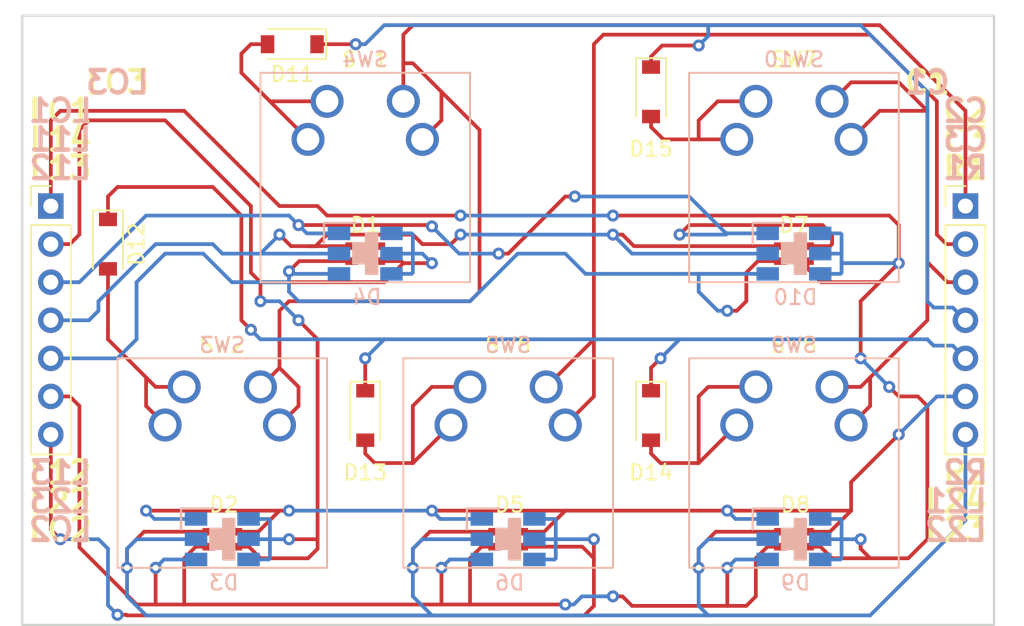
<source format=kicad_pcb>
(kicad_pcb (version 20171130) (host pcbnew "(5.0.0-rc2-dev-471-ge4feb315d)")

  (general
    (thickness 1.6)
    (drawings 43)
    (tracks 429)
    (zones 0)
    (modules 31)
    (nets 20)
  )

  (page A4)
  (layers
    (0 F.Cu signal)
    (31 B.Cu signal)
    (32 B.Adhes user)
    (33 F.Adhes user)
    (34 B.Paste user)
    (35 F.Paste user)
    (36 B.SilkS user)
    (37 F.SilkS user)
    (38 B.Mask user)
    (39 F.Mask user)
    (40 Dwgs.User user)
    (41 Cmts.User user)
    (42 Eco1.User user)
    (43 Eco2.User user)
    (44 Edge.Cuts user)
    (45 Margin user)
    (46 B.CrtYd user)
    (47 F.CrtYd user)
    (48 B.Fab user)
    (49 F.Fab user)
  )

  (setup
    (last_trace_width 0.25)
    (trace_clearance 0.2)
    (zone_clearance 0.508)
    (zone_45_only no)
    (trace_min 0.2)
    (segment_width 0.2)
    (edge_width 0.15)
    (via_size 0.8)
    (via_drill 0.4)
    (via_min_size 0.4)
    (via_min_drill 0.3)
    (uvia_size 0.3)
    (uvia_drill 0.1)
    (uvias_allowed no)
    (uvia_min_size 0.2)
    (uvia_min_drill 0.1)
    (pcb_text_width 0.3)
    (pcb_text_size 1.5 1.5)
    (mod_edge_width 0.15)
    (mod_text_size 1 1)
    (mod_text_width 0.15)
    (pad_size 1.524 1.524)
    (pad_drill 0.762)
    (pad_to_mask_clearance 0.2)
    (aux_axis_origin 0 0)
    (visible_elements FFFFFF7F)
    (pcbplotparams
      (layerselection 0x010fc_ffffffff)
      (usegerberextensions false)
      (usegerberattributes false)
      (usegerberadvancedattributes false)
      (creategerberjobfile false)
      (excludeedgelayer true)
      (linewidth 0.100000)
      (plotframeref false)
      (viasonmask false)
      (mode 1)
      (useauxorigin false)
      (hpglpennumber 1)
      (hpglpenspeed 20)
      (hpglpendiameter 15)
      (psnegative false)
      (psa4output false)
      (plotreference true)
      (plotvalue true)
      (plotinvisibletext false)
      (padsonsilk false)
      (subtractmaskfromsilk false)
      (outputformat 1)
      (mirror false)
      (drillshape 0)
      (scaleselection 1)
      (outputdirectory ""))
  )

  (net 0 "")
  (net 1 "Net-(D1-Pad3)")
  (net 2 "Net-(D1-Pad2)")
  (net 3 "Net-(D1-Pad1)")
  (net 4 "Net-(D1-Pad4)")
  (net 5 "Net-(D2-Pad4)")
  (net 6 "Net-(D2-Pad2)")
  (net 7 "Net-(D2-Pad3)")
  (net 8 "Net-(D5-Pad1)")
  (net 9 "Net-(D11-Pad2)")
  (net 10 "Net-(D11-Pad1)")
  (net 11 "Net-(D12-Pad1)")
  (net 12 "Net-(D12-Pad2)")
  (net 13 "Net-(D13-Pad2)")
  (net 14 "Net-(D14-Pad2)")
  (net 15 "Net-(D15-Pad2)")
  (net 16 "Net-(J2-Pad3)")
  (net 17 "Net-(J2-Pad2)")
  (net 18 "Net-(J2-Pad1)")
  (net 19 "Net-(D10-Pad4)")

  (net_class Default "This is the default net class."
    (clearance 0.2)
    (trace_width 0.25)
    (via_dia 0.8)
    (via_drill 0.4)
    (uvia_dia 0.3)
    (uvia_drill 0.1)
    (add_net "Net-(D1-Pad1)")
    (add_net "Net-(D1-Pad2)")
    (add_net "Net-(D1-Pad3)")
    (add_net "Net-(D1-Pad4)")
    (add_net "Net-(D10-Pad4)")
    (add_net "Net-(D11-Pad1)")
    (add_net "Net-(D11-Pad2)")
    (add_net "Net-(D12-Pad1)")
    (add_net "Net-(D12-Pad2)")
    (add_net "Net-(D13-Pad2)")
    (add_net "Net-(D14-Pad2)")
    (add_net "Net-(D15-Pad2)")
    (add_net "Net-(D2-Pad2)")
    (add_net "Net-(D2-Pad3)")
    (add_net "Net-(D2-Pad4)")
    (add_net "Net-(D5-Pad1)")
    (add_net "Net-(J2-Pad1)")
    (add_net "Net-(J2-Pad2)")
    (add_net "Net-(J2-Pad3)")
  )

  (module Mounting_Holes:MountingHole_2.2mm_M2 (layer F.Cu) (tedit 5AEDA71D) (tstamp 5AF2E189)
    (at 129.54 125.73)
    (descr "Mounting Hole 2.2mm, no annular, M2")
    (tags "mounting hole 2.2mm no annular m2")
    (attr virtual)
    (fp_text reference REF** (at 0 -3.2) (layer F.SilkS) hide
      (effects (font (size 1 1) (thickness 0.15)))
    )
    (fp_text value MountingHole_2.2mm_M2 (at 0 3.2) (layer F.Fab) hide
      (effects (font (size 1 1) (thickness 0.15)))
    )
    (fp_circle (center 0 0) (end 2.45 0) (layer F.CrtYd) (width 0.05))
    (fp_circle (center 0 0) (end 2.2 0) (layer Cmts.User) (width 0.15))
    (fp_text user %R (at 0.3 0) (layer F.Fab)
      (effects (font (size 1 1) (thickness 0.15)))
    )
    (pad 1 np_thru_hole circle (at 0 0) (size 2.2 2.2) (drill 2.2) (layers *.Cu *.Mask))
  )

  (module Mounting_Holes:MountingHole_2.2mm_M2 (layer F.Cu) (tedit 5AEDA747) (tstamp 5AF2E174)
    (at 129.54 90.17)
    (descr "Mounting Hole 2.2mm, no annular, M2")
    (tags "mounting hole 2.2mm no annular m2")
    (attr virtual)
    (fp_text reference REF** (at 0 -3.2) (layer F.SilkS) hide
      (effects (font (size 1 1) (thickness 0.15)))
    )
    (fp_text value MountingHole_2.2mm_M2 (at 0 3.2) (layer F.Fab) hide
      (effects (font (size 1 1) (thickness 0.15)))
    )
    (fp_text user %R (at 0.3 0) (layer F.Fab)
      (effects (font (size 1 1) (thickness 0.15)))
    )
    (fp_circle (center 0 0) (end 2.2 0) (layer Cmts.User) (width 0.15))
    (fp_circle (center 0 0) (end 2.45 0) (layer F.CrtYd) (width 0.05))
    (pad 1 np_thru_hole circle (at 0 0) (size 2.2 2.2) (drill 2.2) (layers *.Cu *.Mask))
  )

  (module Mounting_Holes:MountingHole_2.2mm_M2 (layer F.Cu) (tedit 5AEDA07F) (tstamp 5AF2E166)
    (at 189.23 90.17)
    (descr "Mounting Hole 2.2mm, no annular, M2")
    (tags "mounting hole 2.2mm no annular m2")
    (attr virtual)
    (fp_text reference REF** (at 0 -3.2) (layer F.SilkS) hide
      (effects (font (size 1 1) (thickness 0.15)))
    )
    (fp_text value MountingHole_2.2mm_M2 (at 0 3.2) (layer F.Fab) hide
      (effects (font (size 1 1) (thickness 0.15)))
    )
    (fp_circle (center 0 0) (end 2.45 0) (layer F.CrtYd) (width 0.05))
    (fp_circle (center 0 0) (end 2.2 0) (layer Cmts.User) (width 0.15))
    (fp_text user %R (at 0.3 0) (layer F.Fab)
      (effects (font (size 1 1) (thickness 0.15)))
    )
    (pad 1 np_thru_hole circle (at 0 0) (size 2.2 2.2) (drill 2.2) (layers *.Cu *.Mask))
  )

  (module cherry_footprint:Led_SMD_0606 (layer F.Cu) (tedit 5AD90FDE) (tstamp 5AF0C914)
    (at 149.86 103.505)
    (path /5ADBC55C)
    (fp_text reference D1 (at 0 -1.905) (layer F.SilkS)
      (effects (font (size 1 1) (thickness 0.15)))
    )
    (fp_text value LED_A (at 0.3 1.9) (layer F.Fab)
      (effects (font (size 1 1) (thickness 0.15)))
    )
    (fp_line (start -1.4 0.8) (end -1.4 -0.7) (layer F.CrtYd) (width 0.15))
    (fp_line (start -1.4 -0.7) (end -1.4 -0.8) (layer F.CrtYd) (width 0.15))
    (fp_line (start -1.4 -0.8) (end 1.3 -0.8) (layer F.CrtYd) (width 0.15))
    (fp_line (start 1.3 0.8) (end -1.4 0.8) (layer F.CrtYd) (width 0.15))
    (fp_poly (pts (xy 0.2 -0.7) (xy 0.2 0.7) (xy 0.1 0.7) (xy 0 0.7)
      (xy 0 0.3) (xy -0.2 0.3) (xy -0.3 0.3) (xy -0.3 -0.3)
      (xy 0 -0.3) (xy 0 -0.7)) (layer F.SilkS) (width 0.15))
    (fp_line (start 1.3 -0.8) (end 1.4 -0.8) (layer F.CrtYd) (width 0.15))
    (fp_line (start 1.4 -0.8) (end 1.4 0.8) (layer F.CrtYd) (width 0.15))
    (fp_line (start 1.4 0.8) (end 1.2 0.8) (layer F.CrtYd) (width 0.15))
    (pad 3 smd rect (at -0.9 -0.5) (size 0.85 0.5) (layers F.Cu F.Paste F.Mask)
      (net 1 "Net-(D1-Pad3)"))
    (pad 2 smd rect (at -0.9 0.5) (size 0.85 0.5) (layers F.Cu F.Paste F.Mask)
      (net 2 "Net-(D1-Pad2)"))
    (pad 1 smd rect (at 0.9 0.5) (size 0.85 0.5) (layers F.Cu F.Paste F.Mask)
      (net 3 "Net-(D1-Pad1)"))
    (pad 4 smd rect (at 0.9 -0.5) (size 0.85 0.5) (layers F.Cu F.Paste F.Mask)
      (net 4 "Net-(D1-Pad4)"))
  )

  (module cherry_footprint:Led_SMD_0606 (layer F.Cu) (tedit 5AD90FDE) (tstamp 5AF0C924)
    (at 140.335 122.555)
    (path /5ADBC6C2)
    (fp_text reference D2 (at 0.1 -2.3) (layer F.SilkS)
      (effects (font (size 1 1) (thickness 0.15)))
    )
    (fp_text value LED_C (at 0.3 1.9) (layer F.Fab)
      (effects (font (size 1 1) (thickness 0.15)))
    )
    (fp_line (start 1.4 0.8) (end 1.2 0.8) (layer F.CrtYd) (width 0.15))
    (fp_line (start 1.4 -0.8) (end 1.4 0.8) (layer F.CrtYd) (width 0.15))
    (fp_line (start 1.3 -0.8) (end 1.4 -0.8) (layer F.CrtYd) (width 0.15))
    (fp_poly (pts (xy 0.2 -0.7) (xy 0.2 0.7) (xy 0.1 0.7) (xy 0 0.7)
      (xy 0 0.3) (xy -0.2 0.3) (xy -0.3 0.3) (xy -0.3 -0.3)
      (xy 0 -0.3) (xy 0 -0.7)) (layer F.SilkS) (width 0.15))
    (fp_line (start 1.3 0.8) (end -1.4 0.8) (layer F.CrtYd) (width 0.15))
    (fp_line (start -1.4 -0.8) (end 1.3 -0.8) (layer F.CrtYd) (width 0.15))
    (fp_line (start -1.4 -0.7) (end -1.4 -0.8) (layer F.CrtYd) (width 0.15))
    (fp_line (start -1.4 0.8) (end -1.4 -0.7) (layer F.CrtYd) (width 0.15))
    (pad 4 smd rect (at 0.9 -0.5) (size 0.85 0.5) (layers F.Cu F.Paste F.Mask)
      (net 5 "Net-(D2-Pad4)"))
    (pad 1 smd rect (at 0.9 0.5) (size 0.85 0.5) (layers F.Cu F.Paste F.Mask)
      (net 3 "Net-(D1-Pad1)"))
    (pad 2 smd rect (at -0.9 0.5) (size 0.85 0.5) (layers F.Cu F.Paste F.Mask)
      (net 6 "Net-(D2-Pad2)"))
    (pad 3 smd rect (at -0.9 -0.5) (size 0.85 0.5) (layers F.Cu F.Paste F.Mask)
      (net 7 "Net-(D2-Pad3)"))
  )

  (module cherry_footprint:LED_smd_1214 (layer B.Cu) (tedit 5AECEC1A) (tstamp 5AF0C94A)
    (at 140.335 122.555)
    (path /5AED9CF7)
    (fp_text reference D3 (at 0.1 2.9) (layer B.SilkS)
      (effects (font (size 1 1) (thickness 0.15)) (justify mirror))
    )
    (fp_text value LED_Cb (at 0.05 -3.05) (layer B.Fab)
      (effects (font (size 1 1) (thickness 0.15)) (justify mirror))
    )
    (fp_line (start -2.75 -0.65) (end -2.75 -2.05) (layer B.SilkS) (width 0.15))
    (fp_line (start -2.75 -2.05) (end -0.6 -2.05) (layer B.SilkS) (width 0.15))
    (fp_poly (pts (xy 0.8 -1.35) (xy 0.8 1.35) (xy 0.05 1.35) (xy 0.05 0.65)
      (xy -0.8 0.65) (xy -0.8 -0.7) (xy 0.05 -0.7) (xy 0.05 -1.35)) (layer B.SilkS) (width 0.15))
    (fp_line (start -2.95 -2.15) (end 2.85 -2.15) (layer B.CrtYd) (width 0.15))
    (fp_line (start 2.85 -2.15) (end 2.85 2.15) (layer B.CrtYd) (width 0.15))
    (fp_line (start -2.95 2.15) (end -2.95 -2.15) (layer B.CrtYd) (width 0.15))
    (fp_line (start -2.95 2.15) (end 2.85 2.15) (layer B.CrtYd) (width 0.15))
    (fp_poly (pts (xy 0.95 1.85) (xy 0.95 0.85) (xy 2.55 0.85) (xy 2.55 1.85)) (layer B.Paste) (width 0.15))
    (fp_poly (pts (xy 0.95 -0.55) (xy 2.55 -0.55) (xy 2.55 0.55) (xy 0.95 0.55)) (layer B.Paste) (width 0.15))
    (fp_poly (pts (xy 0.95 -0.85) (xy 0.95 -1.85) (xy 2.55 -1.85) (xy 2.55 -0.85)) (layer B.Paste) (width 0.15))
    (fp_poly (pts (xy -2.55 -0.85) (xy -2.55 -1.85) (xy -0.95 -1.85) (xy -0.95 -0.85)) (layer B.Paste) (width 0.15))
    (fp_poly (pts (xy -2.55 0.55) (xy -2.55 -0.55) (xy -0.95 -0.55) (xy -0.95 0.55)) (layer B.Paste) (width 0.15))
    (fp_poly (pts (xy -2.55 1.85) (xy -2.55 0.85) (xy -0.95 0.85) (xy -0.95 1.85)) (layer B.Paste) (width 0.15))
    (fp_line (start -0.65 1.35) (end 0.65 1.35) (layer B.Fab) (width 0.15))
    (fp_line (start -0.15 1.35) (end 0.25 1.65) (layer B.Fab) (width 0.15))
    (fp_line (start 0.25 1.65) (end 0.25 1.05) (layer B.Fab) (width 0.15))
    (fp_line (start 0.25 1.05) (end -0.15 1.35) (layer B.Fab) (width 0.15))
    (fp_line (start -0.15 1.65) (end -0.15 1.05) (layer B.Fab) (width 0.15))
    (fp_line (start -0.15 0.3) (end -0.15 -0.3) (layer B.Fab) (width 0.15))
    (fp_line (start -0.65 0) (end 0.65 0) (layer B.Fab) (width 0.15))
    (fp_line (start 0.25 0.3) (end 0.25 -0.3) (layer B.Fab) (width 0.15))
    (fp_line (start -0.15 0) (end 0.25 0.3) (layer B.Fab) (width 0.15))
    (fp_line (start 0.25 -0.3) (end -0.15 0) (layer B.Fab) (width 0.15))
    (fp_line (start -0.15 -1.35) (end 0.25 -1.05) (layer B.Fab) (width 0.15))
    (fp_line (start -0.15 -1.05) (end -0.15 -1.65) (layer B.Fab) (width 0.15))
    (fp_line (start -0.65 -1.35) (end 0.65 -1.35) (layer B.Fab) (width 0.15))
    (fp_line (start 0.25 -1.65) (end -0.15 -1.35) (layer B.Fab) (width 0.15))
    (fp_line (start 0.25 -1.05) (end 0.25 -1.65) (layer B.Fab) (width 0.15))
    (pad 1 smd rect (at -1.75 -1.35) (size 1.5 0.9) (layers B.Cu B.Paste B.Mask)
      (net 5 "Net-(D2-Pad4)"))
    (pad 2 smd rect (at -1.75 0) (size 1.5 0.9) (layers B.Cu B.Paste B.Mask)
      (net 7 "Net-(D2-Pad3)"))
    (pad 3 smd rect (at -1.75 1.35) (size 1.5 0.9) (layers B.Cu B.Paste B.Mask)
      (net 6 "Net-(D2-Pad2)"))
    (pad 4 smd rect (at 1.75 -1.35) (size 1.5 0.9) (layers B.Cu B.Paste B.Mask)
      (net 3 "Net-(D1-Pad1)"))
    (pad 5 smd rect (at 1.75 0) (size 1.5 0.9) (layers B.Cu B.Paste B.Mask)
      (net 3 "Net-(D1-Pad1)"))
    (pad 6 smd rect (at 1.75 1.35) (size 1.5 0.9) (layers B.Cu B.Paste B.Mask)
      (net 3 "Net-(D1-Pad1)"))
  )

  (module cherry_footprint:LED_smd_1214 (layer B.Cu) (tedit 5AECEC1A) (tstamp 5AF0C970)
    (at 149.86 103.505)
    (path /5AED9DB1)
    (fp_text reference D4 (at 0.1 2.9) (layer B.SilkS)
      (effects (font (size 1 1) (thickness 0.15)) (justify mirror))
    )
    (fp_text value LED_Ab (at 0.05 -3.05) (layer B.Fab)
      (effects (font (size 1 1) (thickness 0.15)) (justify mirror))
    )
    (fp_line (start 0.25 -1.05) (end 0.25 -1.65) (layer B.Fab) (width 0.15))
    (fp_line (start 0.25 -1.65) (end -0.15 -1.35) (layer B.Fab) (width 0.15))
    (fp_line (start -0.65 -1.35) (end 0.65 -1.35) (layer B.Fab) (width 0.15))
    (fp_line (start -0.15 -1.05) (end -0.15 -1.65) (layer B.Fab) (width 0.15))
    (fp_line (start -0.15 -1.35) (end 0.25 -1.05) (layer B.Fab) (width 0.15))
    (fp_line (start 0.25 -0.3) (end -0.15 0) (layer B.Fab) (width 0.15))
    (fp_line (start -0.15 0) (end 0.25 0.3) (layer B.Fab) (width 0.15))
    (fp_line (start 0.25 0.3) (end 0.25 -0.3) (layer B.Fab) (width 0.15))
    (fp_line (start -0.65 0) (end 0.65 0) (layer B.Fab) (width 0.15))
    (fp_line (start -0.15 0.3) (end -0.15 -0.3) (layer B.Fab) (width 0.15))
    (fp_line (start -0.15 1.65) (end -0.15 1.05) (layer B.Fab) (width 0.15))
    (fp_line (start 0.25 1.05) (end -0.15 1.35) (layer B.Fab) (width 0.15))
    (fp_line (start 0.25 1.65) (end 0.25 1.05) (layer B.Fab) (width 0.15))
    (fp_line (start -0.15 1.35) (end 0.25 1.65) (layer B.Fab) (width 0.15))
    (fp_line (start -0.65 1.35) (end 0.65 1.35) (layer B.Fab) (width 0.15))
    (fp_poly (pts (xy -2.55 1.85) (xy -2.55 0.85) (xy -0.95 0.85) (xy -0.95 1.85)) (layer B.Paste) (width 0.15))
    (fp_poly (pts (xy -2.55 0.55) (xy -2.55 -0.55) (xy -0.95 -0.55) (xy -0.95 0.55)) (layer B.Paste) (width 0.15))
    (fp_poly (pts (xy -2.55 -0.85) (xy -2.55 -1.85) (xy -0.95 -1.85) (xy -0.95 -0.85)) (layer B.Paste) (width 0.15))
    (fp_poly (pts (xy 0.95 -0.85) (xy 0.95 -1.85) (xy 2.55 -1.85) (xy 2.55 -0.85)) (layer B.Paste) (width 0.15))
    (fp_poly (pts (xy 0.95 -0.55) (xy 2.55 -0.55) (xy 2.55 0.55) (xy 0.95 0.55)) (layer B.Paste) (width 0.15))
    (fp_poly (pts (xy 0.95 1.85) (xy 0.95 0.85) (xy 2.55 0.85) (xy 2.55 1.85)) (layer B.Paste) (width 0.15))
    (fp_line (start -2.95 2.15) (end 2.85 2.15) (layer B.CrtYd) (width 0.15))
    (fp_line (start -2.95 2.15) (end -2.95 -2.15) (layer B.CrtYd) (width 0.15))
    (fp_line (start 2.85 -2.15) (end 2.85 2.15) (layer B.CrtYd) (width 0.15))
    (fp_line (start -2.95 -2.15) (end 2.85 -2.15) (layer B.CrtYd) (width 0.15))
    (fp_poly (pts (xy 0.8 -1.35) (xy 0.8 1.35) (xy 0.05 1.35) (xy 0.05 0.65)
      (xy -0.8 0.65) (xy -0.8 -0.7) (xy 0.05 -0.7) (xy 0.05 -1.35)) (layer B.SilkS) (width 0.15))
    (fp_line (start -2.75 -2.05) (end -0.6 -2.05) (layer B.SilkS) (width 0.15))
    (fp_line (start -2.75 -0.65) (end -2.75 -2.05) (layer B.SilkS) (width 0.15))
    (pad 6 smd rect (at 1.75 1.35) (size 1.5 0.9) (layers B.Cu B.Paste B.Mask)
      (net 3 "Net-(D1-Pad1)"))
    (pad 5 smd rect (at 1.75 0) (size 1.5 0.9) (layers B.Cu B.Paste B.Mask)
      (net 3 "Net-(D1-Pad1)"))
    (pad 4 smd rect (at 1.75 -1.35) (size 1.5 0.9) (layers B.Cu B.Paste B.Mask)
      (net 3 "Net-(D1-Pad1)"))
    (pad 3 smd rect (at -1.75 1.35) (size 1.5 0.9) (layers B.Cu B.Paste B.Mask)
      (net 2 "Net-(D1-Pad2)"))
    (pad 2 smd rect (at -1.75 0) (size 1.5 0.9) (layers B.Cu B.Paste B.Mask)
      (net 1 "Net-(D1-Pad3)"))
    (pad 1 smd rect (at -1.75 -1.35) (size 1.5 0.9) (layers B.Cu B.Paste B.Mask)
      (net 4 "Net-(D1-Pad4)"))
  )

  (module cherry_footprint:Led_SMD_0606 (layer F.Cu) (tedit 5AD90FDE) (tstamp 5AF0C980)
    (at 159.385 122.555)
    (path /5ADBC730)
    (fp_text reference D5 (at 0.1 -2.3) (layer F.SilkS)
      (effects (font (size 1 1) (thickness 0.15)))
    )
    (fp_text value LED_D (at 0.3 1.9) (layer F.Fab)
      (effects (font (size 1 1) (thickness 0.15)))
    )
    (fp_line (start -1.4 0.8) (end -1.4 -0.7) (layer F.CrtYd) (width 0.15))
    (fp_line (start -1.4 -0.7) (end -1.4 -0.8) (layer F.CrtYd) (width 0.15))
    (fp_line (start -1.4 -0.8) (end 1.3 -0.8) (layer F.CrtYd) (width 0.15))
    (fp_line (start 1.3 0.8) (end -1.4 0.8) (layer F.CrtYd) (width 0.15))
    (fp_poly (pts (xy 0.2 -0.7) (xy 0.2 0.7) (xy 0.1 0.7) (xy 0 0.7)
      (xy 0 0.3) (xy -0.2 0.3) (xy -0.3 0.3) (xy -0.3 -0.3)
      (xy 0 -0.3) (xy 0 -0.7)) (layer F.SilkS) (width 0.15))
    (fp_line (start 1.3 -0.8) (end 1.4 -0.8) (layer F.CrtYd) (width 0.15))
    (fp_line (start 1.4 -0.8) (end 1.4 0.8) (layer F.CrtYd) (width 0.15))
    (fp_line (start 1.4 0.8) (end 1.2 0.8) (layer F.CrtYd) (width 0.15))
    (pad 3 smd rect (at -0.9 -0.5) (size 0.85 0.5) (layers F.Cu F.Paste F.Mask)
      (net 7 "Net-(D2-Pad3)"))
    (pad 2 smd rect (at -0.9 0.5) (size 0.85 0.5) (layers F.Cu F.Paste F.Mask)
      (net 6 "Net-(D2-Pad2)"))
    (pad 1 smd rect (at 0.9 0.5) (size 0.85 0.5) (layers F.Cu F.Paste F.Mask)
      (net 8 "Net-(D5-Pad1)"))
    (pad 4 smd rect (at 0.9 -0.5) (size 0.85 0.5) (layers F.Cu F.Paste F.Mask)
      (net 5 "Net-(D2-Pad4)"))
  )

  (module cherry_footprint:LED_smd_1214 (layer B.Cu) (tedit 5AECEC1A) (tstamp 5AF0C9A6)
    (at 159.385 122.555)
    (path /5AED9F0B)
    (fp_text reference D6 (at 0.1 2.9) (layer B.SilkS)
      (effects (font (size 1 1) (thickness 0.15)) (justify mirror))
    )
    (fp_text value LED_Db (at 0.05 -3.05) (layer B.Fab)
      (effects (font (size 1 1) (thickness 0.15)) (justify mirror))
    )
    (fp_line (start 0.25 -1.05) (end 0.25 -1.65) (layer B.Fab) (width 0.15))
    (fp_line (start 0.25 -1.65) (end -0.15 -1.35) (layer B.Fab) (width 0.15))
    (fp_line (start -0.65 -1.35) (end 0.65 -1.35) (layer B.Fab) (width 0.15))
    (fp_line (start -0.15 -1.05) (end -0.15 -1.65) (layer B.Fab) (width 0.15))
    (fp_line (start -0.15 -1.35) (end 0.25 -1.05) (layer B.Fab) (width 0.15))
    (fp_line (start 0.25 -0.3) (end -0.15 0) (layer B.Fab) (width 0.15))
    (fp_line (start -0.15 0) (end 0.25 0.3) (layer B.Fab) (width 0.15))
    (fp_line (start 0.25 0.3) (end 0.25 -0.3) (layer B.Fab) (width 0.15))
    (fp_line (start -0.65 0) (end 0.65 0) (layer B.Fab) (width 0.15))
    (fp_line (start -0.15 0.3) (end -0.15 -0.3) (layer B.Fab) (width 0.15))
    (fp_line (start -0.15 1.65) (end -0.15 1.05) (layer B.Fab) (width 0.15))
    (fp_line (start 0.25 1.05) (end -0.15 1.35) (layer B.Fab) (width 0.15))
    (fp_line (start 0.25 1.65) (end 0.25 1.05) (layer B.Fab) (width 0.15))
    (fp_line (start -0.15 1.35) (end 0.25 1.65) (layer B.Fab) (width 0.15))
    (fp_line (start -0.65 1.35) (end 0.65 1.35) (layer B.Fab) (width 0.15))
    (fp_poly (pts (xy -2.55 1.85) (xy -2.55 0.85) (xy -0.95 0.85) (xy -0.95 1.85)) (layer B.Paste) (width 0.15))
    (fp_poly (pts (xy -2.55 0.55) (xy -2.55 -0.55) (xy -0.95 -0.55) (xy -0.95 0.55)) (layer B.Paste) (width 0.15))
    (fp_poly (pts (xy -2.55 -0.85) (xy -2.55 -1.85) (xy -0.95 -1.85) (xy -0.95 -0.85)) (layer B.Paste) (width 0.15))
    (fp_poly (pts (xy 0.95 -0.85) (xy 0.95 -1.85) (xy 2.55 -1.85) (xy 2.55 -0.85)) (layer B.Paste) (width 0.15))
    (fp_poly (pts (xy 0.95 -0.55) (xy 2.55 -0.55) (xy 2.55 0.55) (xy 0.95 0.55)) (layer B.Paste) (width 0.15))
    (fp_poly (pts (xy 0.95 1.85) (xy 0.95 0.85) (xy 2.55 0.85) (xy 2.55 1.85)) (layer B.Paste) (width 0.15))
    (fp_line (start -2.95 2.15) (end 2.85 2.15) (layer B.CrtYd) (width 0.15))
    (fp_line (start -2.95 2.15) (end -2.95 -2.15) (layer B.CrtYd) (width 0.15))
    (fp_line (start 2.85 -2.15) (end 2.85 2.15) (layer B.CrtYd) (width 0.15))
    (fp_line (start -2.95 -2.15) (end 2.85 -2.15) (layer B.CrtYd) (width 0.15))
    (fp_poly (pts (xy 0.8 -1.35) (xy 0.8 1.35) (xy 0.05 1.35) (xy 0.05 0.65)
      (xy -0.8 0.65) (xy -0.8 -0.7) (xy 0.05 -0.7) (xy 0.05 -1.35)) (layer B.SilkS) (width 0.15))
    (fp_line (start -2.75 -2.05) (end -0.6 -2.05) (layer B.SilkS) (width 0.15))
    (fp_line (start -2.75 -0.65) (end -2.75 -2.05) (layer B.SilkS) (width 0.15))
    (pad 6 smd rect (at 1.75 1.35) (size 1.5 0.9) (layers B.Cu B.Paste B.Mask)
      (net 8 "Net-(D5-Pad1)"))
    (pad 5 smd rect (at 1.75 0) (size 1.5 0.9) (layers B.Cu B.Paste B.Mask)
      (net 8 "Net-(D5-Pad1)"))
    (pad 4 smd rect (at 1.75 -1.35) (size 1.5 0.9) (layers B.Cu B.Paste B.Mask)
      (net 8 "Net-(D5-Pad1)"))
    (pad 3 smd rect (at -1.75 1.35) (size 1.5 0.9) (layers B.Cu B.Paste B.Mask)
      (net 6 "Net-(D2-Pad2)"))
    (pad 2 smd rect (at -1.75 0) (size 1.5 0.9) (layers B.Cu B.Paste B.Mask)
      (net 7 "Net-(D2-Pad3)"))
    (pad 1 smd rect (at -1.75 -1.35) (size 1.5 0.9) (layers B.Cu B.Paste B.Mask)
      (net 5 "Net-(D2-Pad4)"))
  )

  (module cherry_footprint:Led_SMD_0606 (layer F.Cu) (tedit 5AD90FDE) (tstamp 5AF0C9B6)
    (at 178.435 103.505)
    (path /5ADBC86C)
    (fp_text reference D7 (at 0 -1.905) (layer F.SilkS)
      (effects (font (size 1 1) (thickness 0.15)))
    )
    (fp_text value LED_B (at 0.3 1.9) (layer F.Fab)
      (effects (font (size 1 1) (thickness 0.15)))
    )
    (fp_line (start 1.4 0.8) (end 1.2 0.8) (layer F.CrtYd) (width 0.15))
    (fp_line (start 1.4 -0.8) (end 1.4 0.8) (layer F.CrtYd) (width 0.15))
    (fp_line (start 1.3 -0.8) (end 1.4 -0.8) (layer F.CrtYd) (width 0.15))
    (fp_poly (pts (xy 0.2 -0.7) (xy 0.2 0.7) (xy 0.1 0.7) (xy 0 0.7)
      (xy 0 0.3) (xy -0.2 0.3) (xy -0.3 0.3) (xy -0.3 -0.3)
      (xy 0 -0.3) (xy 0 -0.7)) (layer F.SilkS) (width 0.15))
    (fp_line (start 1.3 0.8) (end -1.4 0.8) (layer F.CrtYd) (width 0.15))
    (fp_line (start -1.4 -0.8) (end 1.3 -0.8) (layer F.CrtYd) (width 0.15))
    (fp_line (start -1.4 -0.7) (end -1.4 -0.8) (layer F.CrtYd) (width 0.15))
    (fp_line (start -1.4 0.8) (end -1.4 -0.7) (layer F.CrtYd) (width 0.15))
    (pad 4 smd rect (at 0.9 -0.5) (size 0.85 0.5) (layers F.Cu F.Paste F.Mask)
      (net 4 "Net-(D1-Pad4)"))
    (pad 1 smd rect (at 0.9 0.5) (size 0.85 0.5) (layers F.Cu F.Paste F.Mask)
      (net 19 "Net-(D10-Pad4)"))
    (pad 2 smd rect (at -0.9 0.5) (size 0.85 0.5) (layers F.Cu F.Paste F.Mask)
      (net 2 "Net-(D1-Pad2)"))
    (pad 3 smd rect (at -0.9 -0.5) (size 0.85 0.5) (layers F.Cu F.Paste F.Mask)
      (net 1 "Net-(D1-Pad3)"))
  )

  (module cherry_footprint:Led_SMD_0606 (layer F.Cu) (tedit 5AD90FDE) (tstamp 5AF0C9C6)
    (at 178.435 122.555)
    (path /5ADBC7A8)
    (fp_text reference D8 (at 0.1 -2.3) (layer F.SilkS)
      (effects (font (size 1 1) (thickness 0.15)))
    )
    (fp_text value LED_E (at 0.3 1.9) (layer F.Fab)
      (effects (font (size 1 1) (thickness 0.15)))
    )
    (fp_line (start -1.4 0.8) (end -1.4 -0.7) (layer F.CrtYd) (width 0.15))
    (fp_line (start -1.4 -0.7) (end -1.4 -0.8) (layer F.CrtYd) (width 0.15))
    (fp_line (start -1.4 -0.8) (end 1.3 -0.8) (layer F.CrtYd) (width 0.15))
    (fp_line (start 1.3 0.8) (end -1.4 0.8) (layer F.CrtYd) (width 0.15))
    (fp_poly (pts (xy 0.2 -0.7) (xy 0.2 0.7) (xy 0.1 0.7) (xy 0 0.7)
      (xy 0 0.3) (xy -0.2 0.3) (xy -0.3 0.3) (xy -0.3 -0.3)
      (xy 0 -0.3) (xy 0 -0.7)) (layer F.SilkS) (width 0.15))
    (fp_line (start 1.3 -0.8) (end 1.4 -0.8) (layer F.CrtYd) (width 0.15))
    (fp_line (start 1.4 -0.8) (end 1.4 0.8) (layer F.CrtYd) (width 0.15))
    (fp_line (start 1.4 0.8) (end 1.2 0.8) (layer F.CrtYd) (width 0.15))
    (pad 3 smd rect (at -0.9 -0.5) (size 0.85 0.5) (layers F.Cu F.Paste F.Mask)
      (net 7 "Net-(D2-Pad3)"))
    (pad 2 smd rect (at -0.9 0.5) (size 0.85 0.5) (layers F.Cu F.Paste F.Mask)
      (net 6 "Net-(D2-Pad2)"))
    (pad 1 smd rect (at 0.9 0.5) (size 0.85 0.5) (layers F.Cu F.Paste F.Mask)
      (net 19 "Net-(D10-Pad4)"))
    (pad 4 smd rect (at 0.9 -0.5) (size 0.85 0.5) (layers F.Cu F.Paste F.Mask)
      (net 5 "Net-(D2-Pad4)"))
  )

  (module cherry_footprint:LED_smd_1214 (layer B.Cu) (tedit 5AECEC1A) (tstamp 5AF101FA)
    (at 178.435 122.555)
    (path /5AED9E2D)
    (fp_text reference D9 (at 0.1 2.9) (layer B.SilkS)
      (effects (font (size 1 1) (thickness 0.15)) (justify mirror))
    )
    (fp_text value LED_Eb (at 0.05 -3.05) (layer B.Fab)
      (effects (font (size 1 1) (thickness 0.15)) (justify mirror))
    )
    (fp_line (start -2.75 -0.65) (end -2.75 -2.05) (layer B.SilkS) (width 0.15))
    (fp_line (start -2.75 -2.05) (end -0.6 -2.05) (layer B.SilkS) (width 0.15))
    (fp_poly (pts (xy 0.8 -1.35) (xy 0.8 1.35) (xy 0.05 1.35) (xy 0.05 0.65)
      (xy -0.8 0.65) (xy -0.8 -0.7) (xy 0.05 -0.7) (xy 0.05 -1.35)) (layer B.SilkS) (width 0.15))
    (fp_line (start -2.95 -2.15) (end 2.85 -2.15) (layer B.CrtYd) (width 0.15))
    (fp_line (start 2.85 -2.15) (end 2.85 2.15) (layer B.CrtYd) (width 0.15))
    (fp_line (start -2.95 2.15) (end -2.95 -2.15) (layer B.CrtYd) (width 0.15))
    (fp_line (start -2.95 2.15) (end 2.85 2.15) (layer B.CrtYd) (width 0.15))
    (fp_poly (pts (xy 0.95 1.85) (xy 0.95 0.85) (xy 2.55 0.85) (xy 2.55 1.85)) (layer B.Paste) (width 0.15))
    (fp_poly (pts (xy 0.95 -0.55) (xy 2.55 -0.55) (xy 2.55 0.55) (xy 0.95 0.55)) (layer B.Paste) (width 0.15))
    (fp_poly (pts (xy 0.95 -0.85) (xy 0.95 -1.85) (xy 2.55 -1.85) (xy 2.55 -0.85)) (layer B.Paste) (width 0.15))
    (fp_poly (pts (xy -2.55 -0.85) (xy -2.55 -1.85) (xy -0.95 -1.85) (xy -0.95 -0.85)) (layer B.Paste) (width 0.15))
    (fp_poly (pts (xy -2.55 0.55) (xy -2.55 -0.55) (xy -0.95 -0.55) (xy -0.95 0.55)) (layer B.Paste) (width 0.15))
    (fp_poly (pts (xy -2.55 1.85) (xy -2.55 0.85) (xy -0.95 0.85) (xy -0.95 1.85)) (layer B.Paste) (width 0.15))
    (fp_line (start -0.65 1.35) (end 0.65 1.35) (layer B.Fab) (width 0.15))
    (fp_line (start -0.15 1.35) (end 0.25 1.65) (layer B.Fab) (width 0.15))
    (fp_line (start 0.25 1.65) (end 0.25 1.05) (layer B.Fab) (width 0.15))
    (fp_line (start 0.25 1.05) (end -0.15 1.35) (layer B.Fab) (width 0.15))
    (fp_line (start -0.15 1.65) (end -0.15 1.05) (layer B.Fab) (width 0.15))
    (fp_line (start -0.15 0.3) (end -0.15 -0.3) (layer B.Fab) (width 0.15))
    (fp_line (start -0.65 0) (end 0.65 0) (layer B.Fab) (width 0.15))
    (fp_line (start 0.25 0.3) (end 0.25 -0.3) (layer B.Fab) (width 0.15))
    (fp_line (start -0.15 0) (end 0.25 0.3) (layer B.Fab) (width 0.15))
    (fp_line (start 0.25 -0.3) (end -0.15 0) (layer B.Fab) (width 0.15))
    (fp_line (start -0.15 -1.35) (end 0.25 -1.05) (layer B.Fab) (width 0.15))
    (fp_line (start -0.15 -1.05) (end -0.15 -1.65) (layer B.Fab) (width 0.15))
    (fp_line (start -0.65 -1.35) (end 0.65 -1.35) (layer B.Fab) (width 0.15))
    (fp_line (start 0.25 -1.65) (end -0.15 -1.35) (layer B.Fab) (width 0.15))
    (fp_line (start 0.25 -1.05) (end 0.25 -1.65) (layer B.Fab) (width 0.15))
    (pad 1 smd rect (at -1.75 -1.35) (size 1.5 0.9) (layers B.Cu B.Paste B.Mask)
      (net 5 "Net-(D2-Pad4)"))
    (pad 2 smd rect (at -1.75 0) (size 1.5 0.9) (layers B.Cu B.Paste B.Mask)
      (net 7 "Net-(D2-Pad3)"))
    (pad 3 smd rect (at -1.75 1.35) (size 1.5 0.9) (layers B.Cu B.Paste B.Mask)
      (net 6 "Net-(D2-Pad2)"))
    (pad 4 smd rect (at 1.75 -1.35) (size 1.5 0.9) (layers B.Cu B.Paste B.Mask)
      (net 19 "Net-(D10-Pad4)"))
    (pad 5 smd rect (at 1.75 0) (size 1.5 0.9) (layers B.Cu B.Paste B.Mask)
      (net 19 "Net-(D10-Pad4)"))
    (pad 6 smd rect (at 1.75 1.35) (size 1.5 0.9) (layers B.Cu B.Paste B.Mask)
      (net 19 "Net-(D10-Pad4)"))
  )

  (module cherry_footprint:LED_smd_1214 (layer B.Cu) (tedit 5AECEC1A) (tstamp 5AF0CA12)
    (at 178.435 103.505)
    (path /5AED9F7D)
    (fp_text reference D10 (at 0.1 2.9) (layer B.SilkS)
      (effects (font (size 1 1) (thickness 0.15)) (justify mirror))
    )
    (fp_text value LED_Bb (at 0.05 -3.05) (layer B.Fab)
      (effects (font (size 1 1) (thickness 0.15)) (justify mirror))
    )
    (fp_line (start -2.75 -0.65) (end -2.75 -2.05) (layer B.SilkS) (width 0.15))
    (fp_line (start -2.75 -2.05) (end -0.6 -2.05) (layer B.SilkS) (width 0.15))
    (fp_poly (pts (xy 0.8 -1.35) (xy 0.8 1.35) (xy 0.05 1.35) (xy 0.05 0.65)
      (xy -0.8 0.65) (xy -0.8 -0.7) (xy 0.05 -0.7) (xy 0.05 -1.35)) (layer B.SilkS) (width 0.15))
    (fp_line (start -2.95 -2.15) (end 2.85 -2.15) (layer B.CrtYd) (width 0.15))
    (fp_line (start 2.85 -2.15) (end 2.85 2.15) (layer B.CrtYd) (width 0.15))
    (fp_line (start -2.95 2.15) (end -2.95 -2.15) (layer B.CrtYd) (width 0.15))
    (fp_line (start -2.95 2.15) (end 2.85 2.15) (layer B.CrtYd) (width 0.15))
    (fp_poly (pts (xy 0.95 1.85) (xy 0.95 0.85) (xy 2.55 0.85) (xy 2.55 1.85)) (layer B.Paste) (width 0.15))
    (fp_poly (pts (xy 0.95 -0.55) (xy 2.55 -0.55) (xy 2.55 0.55) (xy 0.95 0.55)) (layer B.Paste) (width 0.15))
    (fp_poly (pts (xy 0.95 -0.85) (xy 0.95 -1.85) (xy 2.55 -1.85) (xy 2.55 -0.85)) (layer B.Paste) (width 0.15))
    (fp_poly (pts (xy -2.55 -0.85) (xy -2.55 -1.85) (xy -0.95 -1.85) (xy -0.95 -0.85)) (layer B.Paste) (width 0.15))
    (fp_poly (pts (xy -2.55 0.55) (xy -2.55 -0.55) (xy -0.95 -0.55) (xy -0.95 0.55)) (layer B.Paste) (width 0.15))
    (fp_poly (pts (xy -2.55 1.85) (xy -2.55 0.85) (xy -0.95 0.85) (xy -0.95 1.85)) (layer B.Paste) (width 0.15))
    (fp_line (start -0.65 1.35) (end 0.65 1.35) (layer B.Fab) (width 0.15))
    (fp_line (start -0.15 1.35) (end 0.25 1.65) (layer B.Fab) (width 0.15))
    (fp_line (start 0.25 1.65) (end 0.25 1.05) (layer B.Fab) (width 0.15))
    (fp_line (start 0.25 1.05) (end -0.15 1.35) (layer B.Fab) (width 0.15))
    (fp_line (start -0.15 1.65) (end -0.15 1.05) (layer B.Fab) (width 0.15))
    (fp_line (start -0.15 0.3) (end -0.15 -0.3) (layer B.Fab) (width 0.15))
    (fp_line (start -0.65 0) (end 0.65 0) (layer B.Fab) (width 0.15))
    (fp_line (start 0.25 0.3) (end 0.25 -0.3) (layer B.Fab) (width 0.15))
    (fp_line (start -0.15 0) (end 0.25 0.3) (layer B.Fab) (width 0.15))
    (fp_line (start 0.25 -0.3) (end -0.15 0) (layer B.Fab) (width 0.15))
    (fp_line (start -0.15 -1.35) (end 0.25 -1.05) (layer B.Fab) (width 0.15))
    (fp_line (start -0.15 -1.05) (end -0.15 -1.65) (layer B.Fab) (width 0.15))
    (fp_line (start -0.65 -1.35) (end 0.65 -1.35) (layer B.Fab) (width 0.15))
    (fp_line (start 0.25 -1.65) (end -0.15 -1.35) (layer B.Fab) (width 0.15))
    (fp_line (start 0.25 -1.05) (end 0.25 -1.65) (layer B.Fab) (width 0.15))
    (pad 1 smd rect (at -1.75 -1.35) (size 1.5 0.9) (layers B.Cu B.Paste B.Mask)
      (net 4 "Net-(D1-Pad4)"))
    (pad 2 smd rect (at -1.75 0) (size 1.5 0.9) (layers B.Cu B.Paste B.Mask)
      (net 1 "Net-(D1-Pad3)"))
    (pad 3 smd rect (at -1.75 1.35) (size 1.5 0.9) (layers B.Cu B.Paste B.Mask)
      (net 2 "Net-(D1-Pad2)"))
    (pad 4 smd rect (at 1.75 -1.35) (size 1.5 0.9) (layers B.Cu B.Paste B.Mask)
      (net 19 "Net-(D10-Pad4)"))
    (pad 5 smd rect (at 1.75 0) (size 1.5 0.9) (layers B.Cu B.Paste B.Mask)
      (net 19 "Net-(D10-Pad4)"))
    (pad 6 smd rect (at 1.75 1.35) (size 1.5 0.9) (layers B.Cu B.Paste B.Mask)
      (net 19 "Net-(D10-Pad4)"))
  )

  (module Pin_Headers:Pin_Header_Straight_1x07_Pitch2.54mm (layer F.Cu) (tedit 5AED1E64) (tstamp 5AF0CB27)
    (at 128.905 100.33)
    (descr "Through hole straight pin header, 1x07, 2.54mm pitch, single row")
    (tags "Through hole pin header THT 1x07 2.54mm single row")
    (path /5ADBC299)
    (fp_text reference J1 (at 0 -2.33) (layer F.SilkS) hide
      (effects (font (size 1 1) (thickness 0.15)))
    )
    (fp_text value ConnLeft (at 0 17.57) (layer F.Fab)
      (effects (font (size 1 1) (thickness 0.15)))
    )
    (fp_line (start -0.635 -1.27) (end 1.27 -1.27) (layer F.Fab) (width 0.1))
    (fp_line (start 1.27 -1.27) (end 1.27 16.51) (layer F.Fab) (width 0.1))
    (fp_line (start 1.27 16.51) (end -1.27 16.51) (layer F.Fab) (width 0.1))
    (fp_line (start -1.27 16.51) (end -1.27 -0.635) (layer F.Fab) (width 0.1))
    (fp_line (start -1.27 -0.635) (end -0.635 -1.27) (layer F.Fab) (width 0.1))
    (fp_line (start -1.33 16.57) (end 1.33 16.57) (layer F.SilkS) (width 0.12))
    (fp_line (start -1.33 1.27) (end -1.33 16.57) (layer F.SilkS) (width 0.12))
    (fp_line (start 1.33 1.27) (end 1.33 16.57) (layer F.SilkS) (width 0.12))
    (fp_line (start -1.33 1.27) (end 1.33 1.27) (layer F.SilkS) (width 0.12))
    (fp_line (start -1.33 0) (end -1.33 -1.33) (layer F.SilkS) (width 0.12))
    (fp_line (start -1.33 -1.33) (end 0 -1.33) (layer F.SilkS) (width 0.12))
    (fp_line (start -1.8 -1.8) (end -1.8 17.05) (layer F.CrtYd) (width 0.05))
    (fp_line (start -1.8 17.05) (end 1.8 17.05) (layer F.CrtYd) (width 0.05))
    (fp_line (start 1.8 17.05) (end 1.8 -1.8) (layer F.CrtYd) (width 0.05))
    (fp_line (start 1.8 -1.8) (end -1.8 -1.8) (layer F.CrtYd) (width 0.05))
    (fp_text user %R (at 0 7.62 90) (layer F.Fab)
      (effects (font (size 1 1) (thickness 0.15)))
    )
    (pad 1 thru_hole rect (at 0 0) (size 1.7 1.7) (drill 1) (layers *.Cu *.Mask)
      (net 19 "Net-(D10-Pad4)"))
    (pad 2 thru_hole oval (at 0 2.54) (size 1.7 1.7) (drill 1) (layers *.Cu *.Mask)
      (net 3 "Net-(D1-Pad1)"))
    (pad 3 thru_hole oval (at 0 5.08) (size 1.7 1.7) (drill 1) (layers *.Cu *.Mask)
      (net 4 "Net-(D1-Pad4)"))
    (pad 4 thru_hole oval (at 0 7.62) (size 1.7 1.7) (drill 1) (layers *.Cu *.Mask)
      (net 1 "Net-(D1-Pad3)"))
    (pad 5 thru_hole oval (at 0 10.16) (size 1.7 1.7) (drill 1) (layers *.Cu *.Mask)
      (net 2 "Net-(D1-Pad2)"))
    (pad 6 thru_hole oval (at 0 12.7) (size 1.7 1.7) (drill 1) (layers *.Cu *.Mask)
      (net 6 "Net-(D2-Pad2)"))
    (pad 7 thru_hole oval (at 0 15.24) (size 1.7 1.7) (drill 1) (layers *.Cu *.Mask)
      (net 8 "Net-(D5-Pad1)"))
    (model ${KISYS3DMOD}/Pin_Headers.3dshapes/Pin_Header_Straight_1x07_Pitch2.54mm.wrl
      (at (xyz 0 0 0))
      (scale (xyz 1 1 1))
      (rotate (xyz 0 0 0))
    )
  )

  (module Pin_Headers:Pin_Header_Straight_1x07_Pitch2.54mm (layer F.Cu) (tedit 5AED1E6A) (tstamp 5AF0CB42)
    (at 189.865 100.33)
    (descr "Through hole straight pin header, 1x07, 2.54mm pitch, single row")
    (tags "Through hole pin header THT 1x07 2.54mm single row")
    (path /5ADBC349)
    (fp_text reference J2 (at 0 -2.33) (layer F.SilkS) hide
      (effects (font (size 1 1) (thickness 0.15)))
    )
    (fp_text value ConnRight (at 0 17.57) (layer F.Fab)
      (effects (font (size 1 1) (thickness 0.15)))
    )
    (fp_text user %R (at 0 7.62 90) (layer F.Fab)
      (effects (font (size 1 1) (thickness 0.15)))
    )
    (fp_line (start 1.8 -1.8) (end -1.8 -1.8) (layer F.CrtYd) (width 0.05))
    (fp_line (start 1.8 17.05) (end 1.8 -1.8) (layer F.CrtYd) (width 0.05))
    (fp_line (start -1.8 17.05) (end 1.8 17.05) (layer F.CrtYd) (width 0.05))
    (fp_line (start -1.8 -1.8) (end -1.8 17.05) (layer F.CrtYd) (width 0.05))
    (fp_line (start -1.33 -1.33) (end 0 -1.33) (layer F.SilkS) (width 0.12))
    (fp_line (start -1.33 0) (end -1.33 -1.33) (layer F.SilkS) (width 0.12))
    (fp_line (start -1.33 1.27) (end 1.33 1.27) (layer F.SilkS) (width 0.12))
    (fp_line (start 1.33 1.27) (end 1.33 16.57) (layer F.SilkS) (width 0.12))
    (fp_line (start -1.33 1.27) (end -1.33 16.57) (layer F.SilkS) (width 0.12))
    (fp_line (start -1.33 16.57) (end 1.33 16.57) (layer F.SilkS) (width 0.12))
    (fp_line (start -1.27 -0.635) (end -0.635 -1.27) (layer F.Fab) (width 0.1))
    (fp_line (start -1.27 16.51) (end -1.27 -0.635) (layer F.Fab) (width 0.1))
    (fp_line (start 1.27 16.51) (end -1.27 16.51) (layer F.Fab) (width 0.1))
    (fp_line (start 1.27 -1.27) (end 1.27 16.51) (layer F.Fab) (width 0.1))
    (fp_line (start -0.635 -1.27) (end 1.27 -1.27) (layer F.Fab) (width 0.1))
    (pad 7 thru_hole oval (at 0 15.24) (size 1.7 1.7) (drill 1) (layers *.Cu *.Mask)
      (net 7 "Net-(D2-Pad3)"))
    (pad 6 thru_hole oval (at 0 12.7) (size 1.7 1.7) (drill 1) (layers *.Cu *.Mask)
      (net 5 "Net-(D2-Pad4)"))
    (pad 5 thru_hole oval (at 0 10.16) (size 1.7 1.7) (drill 1) (layers *.Cu *.Mask)
      (net 11 "Net-(D12-Pad1)"))
    (pad 4 thru_hole oval (at 0 7.62) (size 1.7 1.7) (drill 1) (layers *.Cu *.Mask)
      (net 10 "Net-(D11-Pad1)"))
    (pad 3 thru_hole oval (at 0 5.08) (size 1.7 1.7) (drill 1) (layers *.Cu *.Mask)
      (net 16 "Net-(J2-Pad3)"))
    (pad 2 thru_hole oval (at 0 2.54) (size 1.7 1.7) (drill 1) (layers *.Cu *.Mask)
      (net 17 "Net-(J2-Pad2)"))
    (pad 1 thru_hole rect (at 0 0) (size 1.7 1.7) (drill 1) (layers *.Cu *.Mask)
      (net 18 "Net-(J2-Pad1)"))
    (model ${KISYS3DMOD}/Pin_Headers.3dshapes/Pin_Header_Straight_1x07_Pitch2.54mm.wrl
      (at (xyz 0 0 0))
      (scale (xyz 1 1 1))
      (rotate (xyz 0 0 0))
    )
  )

  (module Buttons_Switches_Keyboard:SW_Cherry_MX1A_2.00u_PCB (layer F.Cu) (tedit 59ECB4ED) (tstamp 5AF0CB60)
    (at 152.4 93.345)
    (descr "Cherry MX keyswitch, MX1A, 2.00u, PCB mount, http://cherryamericas.com/wp-content/uploads/2014/12/mx_cat.pdf")
    (tags "cherry mx keyswitch MX1A 2.00u PCB")
    (path /5ADBD336)
    (fp_text reference SW1 (at -2.54 -2.794) (layer F.SilkS)
      (effects (font (size 1 1) (thickness 0.15)))
    )
    (fp_text value A (at -2.54 12.954) (layer F.Fab)
      (effects (font (size 1 1) (thickness 0.15)))
    )
    (fp_line (start -9.525 12.065) (end -9.525 -1.905) (layer F.SilkS) (width 0.12))
    (fp_line (start 4.445 12.065) (end -9.525 12.065) (layer F.SilkS) (width 0.12))
    (fp_line (start 4.445 -1.905) (end 4.445 12.065) (layer F.SilkS) (width 0.12))
    (fp_line (start -9.525 -1.905) (end 4.445 -1.905) (layer F.SilkS) (width 0.12))
    (fp_line (start -21.59 14.605) (end -21.59 -4.445) (layer Dwgs.User) (width 0.15))
    (fp_line (start 16.51 14.605) (end -21.59 14.605) (layer Dwgs.User) (width 0.15))
    (fp_line (start 16.51 -4.445) (end 16.51 14.605) (layer Dwgs.User) (width 0.15))
    (fp_line (start -21.59 -4.445) (end 16.51 -4.445) (layer Dwgs.User) (width 0.15))
    (fp_line (start -9.78 -2.16) (end 4.7 -2.16) (layer F.CrtYd) (width 0.05))
    (fp_line (start 4.7 -2.16) (end 4.7 12.32) (layer F.CrtYd) (width 0.05))
    (fp_line (start 4.7 12.32) (end -9.78 12.32) (layer F.CrtYd) (width 0.05))
    (fp_line (start -9.78 12.32) (end -9.78 -2.16) (layer F.CrtYd) (width 0.05))
    (fp_line (start -8.89 11.43) (end -8.89 -1.27) (layer F.Fab) (width 0.15))
    (fp_line (start 3.81 11.43) (end -8.89 11.43) (layer F.Fab) (width 0.15))
    (fp_line (start 3.81 -1.27) (end 3.81 11.43) (layer F.Fab) (width 0.15))
    (fp_line (start -8.89 -1.27) (end 3.81 -1.27) (layer F.Fab) (width 0.15))
    (fp_text user %R (at -2.54 -2.794) (layer F.Fab)
      (effects (font (size 1 1) (thickness 0.15)))
    )
    (pad "" np_thru_hole circle (at 9.36 -1.92) (size 3.05 3.05) (drill 3.05) (layers *.Cu *.Mask))
    (pad "" np_thru_hole circle (at -14.44 -1.92) (size 3.05 3.05) (drill 3.05) (layers *.Cu *.Mask))
    (pad "" np_thru_hole circle (at -14.44 13.32) (size 4 4) (drill 4) (layers *.Cu *.Mask))
    (pad "" np_thru_hole circle (at 9.36 13.32) (size 4 4) (drill 4) (layers *.Cu *.Mask))
    (pad "" np_thru_hole circle (at 2.54 5.08) (size 1.7 1.7) (drill 1.7) (layers *.Cu *.Mask))
    (pad "" np_thru_hole circle (at -7.62 5.08) (size 1.7 1.7) (drill 1.7) (layers *.Cu *.Mask))
    (pad "" np_thru_hole circle (at -2.54 5.08) (size 4 4) (drill 4) (layers *.Cu *.Mask))
    (pad 2 thru_hole circle (at -6.35 2.54) (size 2.2 2.2) (drill 1.5) (layers *.Cu *.Mask)
      (net 9 "Net-(D11-Pad2)"))
    (pad 1 thru_hole circle (at 0 0) (size 2.2 2.2) (drill 1.5) (layers *.Cu *.Mask)
      (net 18 "Net-(J2-Pad1)"))
    (model ${KISYS3DMOD}/Buttons_Switches_Keyboard.3dshapes/SW_Cherry_MX1A_2.00u_PCB.wrl
      (at (xyz 0 0 0))
      (scale (xyz 1 1 1))
      (rotate (xyz 0 0 0))
    )
  )

  (module Buttons_Switches_Keyboard:SW_Cherry_MX1A_1.00u_Plate (layer F.Cu) (tedit 59E8964B) (tstamp 5AF0CB78)
    (at 142.875 112.395)
    (descr "Cherry MX keyswitch, MX1A, 1u, plate mount, http://cherryamericas.com/wp-content/uploads/2014/12/mx_cat.pdf")
    (tags "cherry mx keyswitch MX1A 1u plate")
    (path /5ADBD440)
    (fp_text reference SW2 (at -2.54 -2.794) (layer F.SilkS)
      (effects (font (size 1 1) (thickness 0.15)))
    )
    (fp_text value C (at -2.54 12.954) (layer F.Fab)
      (effects (font (size 1 1) (thickness 0.15)))
    )
    (fp_line (start -9.525 12.065) (end -9.525 -1.905) (layer F.SilkS) (width 0.12))
    (fp_line (start 4.445 12.065) (end -9.525 12.065) (layer F.SilkS) (width 0.12))
    (fp_line (start 4.445 -1.905) (end 4.445 12.065) (layer F.SilkS) (width 0.12))
    (fp_line (start -9.525 -1.905) (end 4.445 -1.905) (layer F.SilkS) (width 0.12))
    (fp_line (start -12.065 14.605) (end -12.065 -4.445) (layer Dwgs.User) (width 0.15))
    (fp_line (start 6.985 14.605) (end -12.065 14.605) (layer Dwgs.User) (width 0.15))
    (fp_line (start 6.985 -4.445) (end 6.985 14.605) (layer Dwgs.User) (width 0.15))
    (fp_line (start -12.065 -4.445) (end 6.985 -4.445) (layer Dwgs.User) (width 0.15))
    (fp_line (start -9.78 -2.16) (end 4.7 -2.16) (layer F.CrtYd) (width 0.05))
    (fp_line (start 4.7 -2.16) (end 4.7 12.32) (layer F.CrtYd) (width 0.05))
    (fp_line (start 4.7 12.32) (end -9.78 12.32) (layer F.CrtYd) (width 0.05))
    (fp_line (start -9.78 12.32) (end -9.78 -2.16) (layer F.CrtYd) (width 0.05))
    (fp_line (start -8.89 11.43) (end -8.89 -1.27) (layer F.Fab) (width 0.15))
    (fp_line (start 3.81 11.43) (end -8.89 11.43) (layer F.Fab) (width 0.15))
    (fp_line (start 3.81 -1.27) (end 3.81 11.43) (layer F.Fab) (width 0.15))
    (fp_line (start -8.89 -1.27) (end 3.81 -1.27) (layer F.Fab) (width 0.15))
    (fp_text user %R (at -2.54 -2.794) (layer F.Fab)
      (effects (font (size 1 1) (thickness 0.15)))
    )
    (pad "" np_thru_hole circle (at -2.54 5.08) (size 4 4) (drill 4) (layers *.Cu *.Mask))
    (pad 2 thru_hole circle (at -6.35 2.54) (size 2.2 2.2) (drill 1.5) (layers *.Cu *.Mask)
      (net 12 "Net-(D12-Pad2)"))
    (pad 1 thru_hole circle (at 0 0) (size 2.2 2.2) (drill 1.5) (layers *.Cu *.Mask)
      (net 18 "Net-(J2-Pad1)"))
    (model ${KISYS3DMOD}/Buttons_Switches_Keyboard.3dshapes/SW_Cherry_MX1A_1.00u_Plate.wrl
      (at (xyz 0 0 0))
      (scale (xyz 1 1 1))
      (rotate (xyz 0 0 0))
    )
  )

  (module Buttons_Switches_Keyboard:SW_Cherry_MX1A_1.00u_Plate (layer B.Cu) (tedit 59E8964B) (tstamp 5AF0CB90)
    (at 137.795 112.395 180)
    (descr "Cherry MX keyswitch, MX1A, 1u, plate mount, http://cherryamericas.com/wp-content/uploads/2014/12/mx_cat.pdf")
    (tags "cherry mx keyswitch MX1A 1u plate")
    (path /5AEDA3DF)
    (fp_text reference SW3 (at -2.54 2.794 180) (layer B.SilkS)
      (effects (font (size 1 1) (thickness 0.15)) (justify mirror))
    )
    (fp_text value Cb (at -2.54 -12.954 180) (layer B.Fab)
      (effects (font (size 1 1) (thickness 0.15)) (justify mirror))
    )
    (fp_text user %R (at -2.54 2.794 180) (layer B.Fab)
      (effects (font (size 1 1) (thickness 0.15)) (justify mirror))
    )
    (fp_line (start -8.89 1.27) (end 3.81 1.27) (layer B.Fab) (width 0.15))
    (fp_line (start 3.81 1.27) (end 3.81 -11.43) (layer B.Fab) (width 0.15))
    (fp_line (start 3.81 -11.43) (end -8.89 -11.43) (layer B.Fab) (width 0.15))
    (fp_line (start -8.89 -11.43) (end -8.89 1.27) (layer B.Fab) (width 0.15))
    (fp_line (start -9.78 -12.32) (end -9.78 2.16) (layer B.CrtYd) (width 0.05))
    (fp_line (start 4.7 -12.32) (end -9.78 -12.32) (layer B.CrtYd) (width 0.05))
    (fp_line (start 4.7 2.16) (end 4.7 -12.32) (layer B.CrtYd) (width 0.05))
    (fp_line (start -9.78 2.16) (end 4.7 2.16) (layer B.CrtYd) (width 0.05))
    (fp_line (start -12.065 4.445) (end 6.985 4.445) (layer Dwgs.User) (width 0.15))
    (fp_line (start 6.985 4.445) (end 6.985 -14.605) (layer Dwgs.User) (width 0.15))
    (fp_line (start 6.985 -14.605) (end -12.065 -14.605) (layer Dwgs.User) (width 0.15))
    (fp_line (start -12.065 -14.605) (end -12.065 4.445) (layer Dwgs.User) (width 0.15))
    (fp_line (start -9.525 1.905) (end 4.445 1.905) (layer B.SilkS) (width 0.12))
    (fp_line (start 4.445 1.905) (end 4.445 -12.065) (layer B.SilkS) (width 0.12))
    (fp_line (start 4.445 -12.065) (end -9.525 -12.065) (layer B.SilkS) (width 0.12))
    (fp_line (start -9.525 -12.065) (end -9.525 1.905) (layer B.SilkS) (width 0.12))
    (pad 1 thru_hole circle (at 0 0 180) (size 2.2 2.2) (drill 1.5) (layers *.Cu *.Mask)
      (net 12 "Net-(D12-Pad2)"))
    (pad 2 thru_hole circle (at -6.35 -2.54 180) (size 2.2 2.2) (drill 1.5) (layers *.Cu *.Mask)
      (net 18 "Net-(J2-Pad1)"))
    (pad "" np_thru_hole circle (at -2.54 -5.08 180) (size 4 4) (drill 4) (layers *.Cu *.Mask))
    (model ${KISYS3DMOD}/Buttons_Switches_Keyboard.3dshapes/SW_Cherry_MX1A_1.00u_Plate.wrl
      (at (xyz 0 0 0))
      (scale (xyz 1 1 1))
      (rotate (xyz 0 0 0))
    )
  )

  (module Buttons_Switches_Keyboard:SW_Cherry_MX1A_2.00u_PCB (layer B.Cu) (tedit 59ECB4ED) (tstamp 5AF0E261)
    (at 147.32 93.345 180)
    (descr "Cherry MX keyswitch, MX1A, 2.00u, PCB mount, http://cherryamericas.com/wp-content/uploads/2014/12/mx_cat.pdf")
    (tags "cherry mx keyswitch MX1A 2.00u PCB")
    (path /5AEDA463)
    (fp_text reference SW4 (at -2.54 2.794 180) (layer B.SilkS)
      (effects (font (size 1 1) (thickness 0.15)) (justify mirror))
    )
    (fp_text value Ab (at -2.54 -12.954 180) (layer B.Fab)
      (effects (font (size 1 1) (thickness 0.15)) (justify mirror))
    )
    (fp_text user %R (at -2.54 2.794 180) (layer B.Fab)
      (effects (font (size 1 1) (thickness 0.15)) (justify mirror))
    )
    (fp_line (start -8.89 1.27) (end 3.81 1.27) (layer B.Fab) (width 0.15))
    (fp_line (start 3.81 1.27) (end 3.81 -11.43) (layer B.Fab) (width 0.15))
    (fp_line (start 3.81 -11.43) (end -8.89 -11.43) (layer B.Fab) (width 0.15))
    (fp_line (start -8.89 -11.43) (end -8.89 1.27) (layer B.Fab) (width 0.15))
    (fp_line (start -9.78 -12.32) (end -9.78 2.16) (layer B.CrtYd) (width 0.05))
    (fp_line (start 4.7 -12.32) (end -9.78 -12.32) (layer B.CrtYd) (width 0.05))
    (fp_line (start 4.7 2.16) (end 4.7 -12.32) (layer B.CrtYd) (width 0.05))
    (fp_line (start -9.78 2.16) (end 4.7 2.16) (layer B.CrtYd) (width 0.05))
    (fp_line (start -21.59 4.445) (end 16.51 4.445) (layer Dwgs.User) (width 0.15))
    (fp_line (start 16.51 4.445) (end 16.51 -14.605) (layer Dwgs.User) (width 0.15))
    (fp_line (start 16.51 -14.605) (end -21.59 -14.605) (layer Dwgs.User) (width 0.15))
    (fp_line (start -21.59 -14.605) (end -21.59 4.445) (layer Dwgs.User) (width 0.15))
    (fp_line (start -9.525 1.905) (end 4.445 1.905) (layer B.SilkS) (width 0.12))
    (fp_line (start 4.445 1.905) (end 4.445 -12.065) (layer B.SilkS) (width 0.12))
    (fp_line (start 4.445 -12.065) (end -9.525 -12.065) (layer B.SilkS) (width 0.12))
    (fp_line (start -9.525 -12.065) (end -9.525 1.905) (layer B.SilkS) (width 0.12))
    (pad 1 thru_hole circle (at 0 0 180) (size 2.2 2.2) (drill 1.5) (layers *.Cu *.Mask)
      (net 9 "Net-(D11-Pad2)"))
    (pad 2 thru_hole circle (at -6.35 -2.54 180) (size 2.2 2.2) (drill 1.5) (layers *.Cu *.Mask)
      (net 18 "Net-(J2-Pad1)"))
    (pad "" np_thru_hole circle (at -2.54 -5.08 180) (size 4 4) (drill 4) (layers *.Cu *.Mask))
    (pad "" np_thru_hole circle (at -7.62 -5.08 180) (size 1.7 1.7) (drill 1.7) (layers *.Cu *.Mask))
    (pad "" np_thru_hole circle (at 2.54 -5.08 180) (size 1.7 1.7) (drill 1.7) (layers *.Cu *.Mask))
    (pad "" np_thru_hole circle (at 9.36 -13.32 180) (size 4 4) (drill 4) (layers *.Cu *.Mask))
    (pad "" np_thru_hole circle (at -14.44 -13.32 180) (size 4 4) (drill 4) (layers *.Cu *.Mask))
    (pad "" np_thru_hole circle (at -14.44 1.92 180) (size 3.05 3.05) (drill 3.05) (layers *.Cu *.Mask))
    (pad "" np_thru_hole circle (at 9.36 1.92 180) (size 3.05 3.05) (drill 3.05) (layers *.Cu *.Mask))
    (model ${KISYS3DMOD}/Buttons_Switches_Keyboard.3dshapes/SW_Cherry_MX1A_2.00u_PCB.wrl
      (at (xyz 0 0 0))
      (scale (xyz 1 1 1))
      (rotate (xyz 0 0 0))
    )
  )

  (module Buttons_Switches_Keyboard:SW_Cherry_MX1A_1.00u_Plate (layer B.Cu) (tedit 59E8964B) (tstamp 5AF0CBC6)
    (at 156.845 112.395 180)
    (descr "Cherry MX keyswitch, MX1A, 1u, plate mount, http://cherryamericas.com/wp-content/uploads/2014/12/mx_cat.pdf")
    (tags "cherry mx keyswitch MX1A 1u plate")
    (path /5AEDA355)
    (fp_text reference SW5 (at -2.54 2.794 180) (layer B.SilkS)
      (effects (font (size 1 1) (thickness 0.15)) (justify mirror))
    )
    (fp_text value Db (at -2.54 -12.954 180) (layer B.Fab)
      (effects (font (size 1 1) (thickness 0.15)) (justify mirror))
    )
    (fp_line (start -9.525 -12.065) (end -9.525 1.905) (layer B.SilkS) (width 0.12))
    (fp_line (start 4.445 -12.065) (end -9.525 -12.065) (layer B.SilkS) (width 0.12))
    (fp_line (start 4.445 1.905) (end 4.445 -12.065) (layer B.SilkS) (width 0.12))
    (fp_line (start -9.525 1.905) (end 4.445 1.905) (layer B.SilkS) (width 0.12))
    (fp_line (start -12.065 -14.605) (end -12.065 4.445) (layer Dwgs.User) (width 0.15))
    (fp_line (start 6.985 -14.605) (end -12.065 -14.605) (layer Dwgs.User) (width 0.15))
    (fp_line (start 6.985 4.445) (end 6.985 -14.605) (layer Dwgs.User) (width 0.15))
    (fp_line (start -12.065 4.445) (end 6.985 4.445) (layer Dwgs.User) (width 0.15))
    (fp_line (start -9.78 2.16) (end 4.7 2.16) (layer B.CrtYd) (width 0.05))
    (fp_line (start 4.7 2.16) (end 4.7 -12.32) (layer B.CrtYd) (width 0.05))
    (fp_line (start 4.7 -12.32) (end -9.78 -12.32) (layer B.CrtYd) (width 0.05))
    (fp_line (start -9.78 -12.32) (end -9.78 2.16) (layer B.CrtYd) (width 0.05))
    (fp_line (start -8.89 -11.43) (end -8.89 1.27) (layer B.Fab) (width 0.15))
    (fp_line (start 3.81 -11.43) (end -8.89 -11.43) (layer B.Fab) (width 0.15))
    (fp_line (start 3.81 1.27) (end 3.81 -11.43) (layer B.Fab) (width 0.15))
    (fp_line (start -8.89 1.27) (end 3.81 1.27) (layer B.Fab) (width 0.15))
    (fp_text user %R (at -2.54 2.794 180) (layer B.Fab)
      (effects (font (size 1 1) (thickness 0.15)) (justify mirror))
    )
    (pad "" np_thru_hole circle (at -2.54 -5.08 180) (size 4 4) (drill 4) (layers *.Cu *.Mask))
    (pad 2 thru_hole circle (at -6.35 -2.54 180) (size 2.2 2.2) (drill 1.5) (layers *.Cu *.Mask)
      (net 17 "Net-(J2-Pad2)"))
    (pad 1 thru_hole circle (at 0 0 180) (size 2.2 2.2) (drill 1.5) (layers *.Cu *.Mask)
      (net 13 "Net-(D13-Pad2)"))
    (model ${KISYS3DMOD}/Buttons_Switches_Keyboard.3dshapes/SW_Cherry_MX1A_1.00u_Plate.wrl
      (at (xyz 0 0 0))
      (scale (xyz 1 1 1))
      (rotate (xyz 0 0 0))
    )
  )

  (module Buttons_Switches_Keyboard:SW_Cherry_MX1A_1.00u_Plate (layer F.Cu) (tedit 59E8964B) (tstamp 5AF0CBDE)
    (at 161.925 112.395)
    (descr "Cherry MX keyswitch, MX1A, 1u, plate mount, http://cherryamericas.com/wp-content/uploads/2014/12/mx_cat.pdf")
    (tags "cherry mx keyswitch MX1A 1u plate")
    (path /5ADBD496)
    (fp_text reference SW6 (at -2.54 -2.794) (layer F.SilkS)
      (effects (font (size 1 1) (thickness 0.15)))
    )
    (fp_text value D (at -2.54 12.954) (layer F.Fab)
      (effects (font (size 1 1) (thickness 0.15)))
    )
    (fp_text user %R (at -2.54 -2.794) (layer F.Fab)
      (effects (font (size 1 1) (thickness 0.15)))
    )
    (fp_line (start -8.89 -1.27) (end 3.81 -1.27) (layer F.Fab) (width 0.15))
    (fp_line (start 3.81 -1.27) (end 3.81 11.43) (layer F.Fab) (width 0.15))
    (fp_line (start 3.81 11.43) (end -8.89 11.43) (layer F.Fab) (width 0.15))
    (fp_line (start -8.89 11.43) (end -8.89 -1.27) (layer F.Fab) (width 0.15))
    (fp_line (start -9.78 12.32) (end -9.78 -2.16) (layer F.CrtYd) (width 0.05))
    (fp_line (start 4.7 12.32) (end -9.78 12.32) (layer F.CrtYd) (width 0.05))
    (fp_line (start 4.7 -2.16) (end 4.7 12.32) (layer F.CrtYd) (width 0.05))
    (fp_line (start -9.78 -2.16) (end 4.7 -2.16) (layer F.CrtYd) (width 0.05))
    (fp_line (start -12.065 -4.445) (end 6.985 -4.445) (layer Dwgs.User) (width 0.15))
    (fp_line (start 6.985 -4.445) (end 6.985 14.605) (layer Dwgs.User) (width 0.15))
    (fp_line (start 6.985 14.605) (end -12.065 14.605) (layer Dwgs.User) (width 0.15))
    (fp_line (start -12.065 14.605) (end -12.065 -4.445) (layer Dwgs.User) (width 0.15))
    (fp_line (start -9.525 -1.905) (end 4.445 -1.905) (layer F.SilkS) (width 0.12))
    (fp_line (start 4.445 -1.905) (end 4.445 12.065) (layer F.SilkS) (width 0.12))
    (fp_line (start 4.445 12.065) (end -9.525 12.065) (layer F.SilkS) (width 0.12))
    (fp_line (start -9.525 12.065) (end -9.525 -1.905) (layer F.SilkS) (width 0.12))
    (pad 1 thru_hole circle (at 0 0) (size 2.2 2.2) (drill 1.5) (layers *.Cu *.Mask)
      (net 17 "Net-(J2-Pad2)"))
    (pad 2 thru_hole circle (at -6.35 2.54) (size 2.2 2.2) (drill 1.5) (layers *.Cu *.Mask)
      (net 13 "Net-(D13-Pad2)"))
    (pad "" np_thru_hole circle (at -2.54 5.08) (size 4 4) (drill 4) (layers *.Cu *.Mask))
    (model ${KISYS3DMOD}/Buttons_Switches_Keyboard.3dshapes/SW_Cherry_MX1A_1.00u_Plate.wrl
      (at (xyz 0 0 0))
      (scale (xyz 1 1 1))
      (rotate (xyz 0 0 0))
    )
  )

  (module Buttons_Switches_Keyboard:SW_Cherry_MX1A_1.00u_Plate (layer F.Cu) (tedit 59E8964B) (tstamp 5AF0CBF6)
    (at 180.975 93.345)
    (descr "Cherry MX keyswitch, MX1A, 1u, plate mount, http://cherryamericas.com/wp-content/uploads/2014/12/mx_cat.pdf")
    (tags "cherry mx keyswitch MX1A 1u plate")
    (path /5ADBCFAC)
    (fp_text reference SW7 (at -2.54 -2.794) (layer F.SilkS)
      (effects (font (size 1 1) (thickness 0.15)))
    )
    (fp_text value B (at -2.54 12.954) (layer F.Fab)
      (effects (font (size 1 1) (thickness 0.15)))
    )
    (fp_line (start -9.525 12.065) (end -9.525 -1.905) (layer F.SilkS) (width 0.12))
    (fp_line (start 4.445 12.065) (end -9.525 12.065) (layer F.SilkS) (width 0.12))
    (fp_line (start 4.445 -1.905) (end 4.445 12.065) (layer F.SilkS) (width 0.12))
    (fp_line (start -9.525 -1.905) (end 4.445 -1.905) (layer F.SilkS) (width 0.12))
    (fp_line (start -12.065 14.605) (end -12.065 -4.445) (layer Dwgs.User) (width 0.15))
    (fp_line (start 6.985 14.605) (end -12.065 14.605) (layer Dwgs.User) (width 0.15))
    (fp_line (start 6.985 -4.445) (end 6.985 14.605) (layer Dwgs.User) (width 0.15))
    (fp_line (start -12.065 -4.445) (end 6.985 -4.445) (layer Dwgs.User) (width 0.15))
    (fp_line (start -9.78 -2.16) (end 4.7 -2.16) (layer F.CrtYd) (width 0.05))
    (fp_line (start 4.7 -2.16) (end 4.7 12.32) (layer F.CrtYd) (width 0.05))
    (fp_line (start 4.7 12.32) (end -9.78 12.32) (layer F.CrtYd) (width 0.05))
    (fp_line (start -9.78 12.32) (end -9.78 -2.16) (layer F.CrtYd) (width 0.05))
    (fp_line (start -8.89 11.43) (end -8.89 -1.27) (layer F.Fab) (width 0.15))
    (fp_line (start 3.81 11.43) (end -8.89 11.43) (layer F.Fab) (width 0.15))
    (fp_line (start 3.81 -1.27) (end 3.81 11.43) (layer F.Fab) (width 0.15))
    (fp_line (start -8.89 -1.27) (end 3.81 -1.27) (layer F.Fab) (width 0.15))
    (fp_text user %R (at -2.54 -2.794) (layer F.Fab)
      (effects (font (size 1 1) (thickness 0.15)))
    )
    (pad "" np_thru_hole circle (at -2.54 5.08) (size 4 4) (drill 4) (layers *.Cu *.Mask))
    (pad 2 thru_hole circle (at -6.35 2.54) (size 2.2 2.2) (drill 1.5) (layers *.Cu *.Mask)
      (net 15 "Net-(D15-Pad2)"))
    (pad 1 thru_hole circle (at 0 0) (size 2.2 2.2) (drill 1.5) (layers *.Cu *.Mask)
      (net 16 "Net-(J2-Pad3)"))
    (model ${KISYS3DMOD}/Buttons_Switches_Keyboard.3dshapes/SW_Cherry_MX1A_1.00u_Plate.wrl
      (at (xyz 0 0 0))
      (scale (xyz 1 1 1))
      (rotate (xyz 0 0 0))
    )
  )

  (module Buttons_Switches_Keyboard:SW_Cherry_MX1A_1.00u_Plate (layer F.Cu) (tedit 59E8964B) (tstamp 5AF0CC0E)
    (at 180.975 112.395)
    (descr "Cherry MX keyswitch, MX1A, 1u, plate mount, http://cherryamericas.com/wp-content/uploads/2014/12/mx_cat.pdf")
    (tags "cherry mx keyswitch MX1A 1u plate")
    (path /5ADBD3C8)
    (fp_text reference SW8 (at -2.54 -2.794) (layer F.SilkS)
      (effects (font (size 1 1) (thickness 0.15)))
    )
    (fp_text value E (at -2.54 12.954) (layer F.Fab)
      (effects (font (size 1 1) (thickness 0.15)))
    )
    (fp_line (start -9.525 12.065) (end -9.525 -1.905) (layer F.SilkS) (width 0.12))
    (fp_line (start 4.445 12.065) (end -9.525 12.065) (layer F.SilkS) (width 0.12))
    (fp_line (start 4.445 -1.905) (end 4.445 12.065) (layer F.SilkS) (width 0.12))
    (fp_line (start -9.525 -1.905) (end 4.445 -1.905) (layer F.SilkS) (width 0.12))
    (fp_line (start -12.065 14.605) (end -12.065 -4.445) (layer Dwgs.User) (width 0.15))
    (fp_line (start 6.985 14.605) (end -12.065 14.605) (layer Dwgs.User) (width 0.15))
    (fp_line (start 6.985 -4.445) (end 6.985 14.605) (layer Dwgs.User) (width 0.15))
    (fp_line (start -12.065 -4.445) (end 6.985 -4.445) (layer Dwgs.User) (width 0.15))
    (fp_line (start -9.78 -2.16) (end 4.7 -2.16) (layer F.CrtYd) (width 0.05))
    (fp_line (start 4.7 -2.16) (end 4.7 12.32) (layer F.CrtYd) (width 0.05))
    (fp_line (start 4.7 12.32) (end -9.78 12.32) (layer F.CrtYd) (width 0.05))
    (fp_line (start -9.78 12.32) (end -9.78 -2.16) (layer F.CrtYd) (width 0.05))
    (fp_line (start -8.89 11.43) (end -8.89 -1.27) (layer F.Fab) (width 0.15))
    (fp_line (start 3.81 11.43) (end -8.89 11.43) (layer F.Fab) (width 0.15))
    (fp_line (start 3.81 -1.27) (end 3.81 11.43) (layer F.Fab) (width 0.15))
    (fp_line (start -8.89 -1.27) (end 3.81 -1.27) (layer F.Fab) (width 0.15))
    (fp_text user %R (at -2.54 -2.794) (layer F.Fab)
      (effects (font (size 1 1) (thickness 0.15)))
    )
    (pad "" np_thru_hole circle (at -2.54 5.08) (size 4 4) (drill 4) (layers *.Cu *.Mask))
    (pad 2 thru_hole circle (at -6.35 2.54) (size 2.2 2.2) (drill 1.5) (layers *.Cu *.Mask)
      (net 14 "Net-(D14-Pad2)"))
    (pad 1 thru_hole circle (at 0 0) (size 2.2 2.2) (drill 1.5) (layers *.Cu *.Mask)
      (net 16 "Net-(J2-Pad3)"))
    (model ${KISYS3DMOD}/Buttons_Switches_Keyboard.3dshapes/SW_Cherry_MX1A_1.00u_Plate.wrl
      (at (xyz 0 0 0))
      (scale (xyz 1 1 1))
      (rotate (xyz 0 0 0))
    )
  )

  (module Buttons_Switches_Keyboard:SW_Cherry_MX1A_1.00u_Plate (layer B.Cu) (tedit 59E8964B) (tstamp 5AF0CC26)
    (at 175.895 112.395 180)
    (descr "Cherry MX keyswitch, MX1A, 1u, plate mount, http://cherryamericas.com/wp-content/uploads/2014/12/mx_cat.pdf")
    (tags "cherry mx keyswitch MX1A 1u plate")
    (path /5AEDA2BD)
    (fp_text reference SW9 (at -2.54 2.794 180) (layer B.SilkS)
      (effects (font (size 1 1) (thickness 0.15)) (justify mirror))
    )
    (fp_text value Eb (at -2.54 -12.954 180) (layer B.Fab)
      (effects (font (size 1 1) (thickness 0.15)) (justify mirror))
    )
    (fp_text user %R (at -2.54 2.794 180) (layer B.Fab)
      (effects (font (size 1 1) (thickness 0.15)) (justify mirror))
    )
    (fp_line (start -8.89 1.27) (end 3.81 1.27) (layer B.Fab) (width 0.15))
    (fp_line (start 3.81 1.27) (end 3.81 -11.43) (layer B.Fab) (width 0.15))
    (fp_line (start 3.81 -11.43) (end -8.89 -11.43) (layer B.Fab) (width 0.15))
    (fp_line (start -8.89 -11.43) (end -8.89 1.27) (layer B.Fab) (width 0.15))
    (fp_line (start -9.78 -12.32) (end -9.78 2.16) (layer B.CrtYd) (width 0.05))
    (fp_line (start 4.7 -12.32) (end -9.78 -12.32) (layer B.CrtYd) (width 0.05))
    (fp_line (start 4.7 2.16) (end 4.7 -12.32) (layer B.CrtYd) (width 0.05))
    (fp_line (start -9.78 2.16) (end 4.7 2.16) (layer B.CrtYd) (width 0.05))
    (fp_line (start -12.065 4.445) (end 6.985 4.445) (layer Dwgs.User) (width 0.15))
    (fp_line (start 6.985 4.445) (end 6.985 -14.605) (layer Dwgs.User) (width 0.15))
    (fp_line (start 6.985 -14.605) (end -12.065 -14.605) (layer Dwgs.User) (width 0.15))
    (fp_line (start -12.065 -14.605) (end -12.065 4.445) (layer Dwgs.User) (width 0.15))
    (fp_line (start -9.525 1.905) (end 4.445 1.905) (layer B.SilkS) (width 0.12))
    (fp_line (start 4.445 1.905) (end 4.445 -12.065) (layer B.SilkS) (width 0.12))
    (fp_line (start 4.445 -12.065) (end -9.525 -12.065) (layer B.SilkS) (width 0.12))
    (fp_line (start -9.525 -12.065) (end -9.525 1.905) (layer B.SilkS) (width 0.12))
    (pad 1 thru_hole circle (at 0 0 180) (size 2.2 2.2) (drill 1.5) (layers *.Cu *.Mask)
      (net 14 "Net-(D14-Pad2)"))
    (pad 2 thru_hole circle (at -6.35 -2.54 180) (size 2.2 2.2) (drill 1.5) (layers *.Cu *.Mask)
      (net 16 "Net-(J2-Pad3)"))
    (pad "" np_thru_hole circle (at -2.54 -5.08 180) (size 4 4) (drill 4) (layers *.Cu *.Mask))
    (model ${KISYS3DMOD}/Buttons_Switches_Keyboard.3dshapes/SW_Cherry_MX1A_1.00u_Plate.wrl
      (at (xyz 0 0 0))
      (scale (xyz 1 1 1))
      (rotate (xyz 0 0 0))
    )
  )

  (module Buttons_Switches_Keyboard:SW_Cherry_MX1A_1.00u_Plate (layer B.Cu) (tedit 59E8964B) (tstamp 5AF0CC3E)
    (at 175.895 93.345 180)
    (descr "Cherry MX keyswitch, MX1A, 1u, plate mount, http://cherryamericas.com/wp-content/uploads/2014/12/mx_cat.pdf")
    (tags "cherry mx keyswitch MX1A 1u plate")
    (path /5AEDA4F5)
    (fp_text reference SW10 (at -2.54 2.794 180) (layer B.SilkS)
      (effects (font (size 1 1) (thickness 0.15)) (justify mirror))
    )
    (fp_text value Bb (at -2.54 -12.954 180) (layer B.Fab)
      (effects (font (size 1 1) (thickness 0.15)) (justify mirror))
    )
    (fp_text user %R (at -2.54 2.794 180) (layer B.Fab)
      (effects (font (size 1 1) (thickness 0.15)) (justify mirror))
    )
    (fp_line (start -8.89 1.27) (end 3.81 1.27) (layer B.Fab) (width 0.15))
    (fp_line (start 3.81 1.27) (end 3.81 -11.43) (layer B.Fab) (width 0.15))
    (fp_line (start 3.81 -11.43) (end -8.89 -11.43) (layer B.Fab) (width 0.15))
    (fp_line (start -8.89 -11.43) (end -8.89 1.27) (layer B.Fab) (width 0.15))
    (fp_line (start -9.78 -12.32) (end -9.78 2.16) (layer B.CrtYd) (width 0.05))
    (fp_line (start 4.7 -12.32) (end -9.78 -12.32) (layer B.CrtYd) (width 0.05))
    (fp_line (start 4.7 2.16) (end 4.7 -12.32) (layer B.CrtYd) (width 0.05))
    (fp_line (start -9.78 2.16) (end 4.7 2.16) (layer B.CrtYd) (width 0.05))
    (fp_line (start -12.065 4.445) (end 6.985 4.445) (layer Dwgs.User) (width 0.15))
    (fp_line (start 6.985 4.445) (end 6.985 -14.605) (layer Dwgs.User) (width 0.15))
    (fp_line (start 6.985 -14.605) (end -12.065 -14.605) (layer Dwgs.User) (width 0.15))
    (fp_line (start -12.065 -14.605) (end -12.065 4.445) (layer Dwgs.User) (width 0.15))
    (fp_line (start -9.525 1.905) (end 4.445 1.905) (layer B.SilkS) (width 0.12))
    (fp_line (start 4.445 1.905) (end 4.445 -12.065) (layer B.SilkS) (width 0.12))
    (fp_line (start 4.445 -12.065) (end -9.525 -12.065) (layer B.SilkS) (width 0.12))
    (fp_line (start -9.525 -12.065) (end -9.525 1.905) (layer B.SilkS) (width 0.12))
    (pad 1 thru_hole circle (at 0 0 180) (size 2.2 2.2) (drill 1.5) (layers *.Cu *.Mask)
      (net 15 "Net-(D15-Pad2)"))
    (pad 2 thru_hole circle (at -6.35 -2.54 180) (size 2.2 2.2) (drill 1.5) (layers *.Cu *.Mask)
      (net 16 "Net-(J2-Pad3)"))
    (pad "" np_thru_hole circle (at -2.54 -5.08 180) (size 4 4) (drill 4) (layers *.Cu *.Mask))
    (model ${KISYS3DMOD}/Buttons_Switches_Keyboard.3dshapes/SW_Cherry_MX1A_1.00u_Plate.wrl
      (at (xyz 0 0 0))
      (scale (xyz 1 1 1))
      (rotate (xyz 0 0 0))
    )
  )

  (module Diodes_SMD:D_SOD-123 (layer F.Cu) (tedit 58645DC7) (tstamp 5AF0E976)
    (at 145 89.535 180)
    (descr SOD-123)
    (tags SOD-123)
    (path /5ADBCD54)
    (attr smd)
    (fp_text reference D11 (at 0 -2 180) (layer F.SilkS)
      (effects (font (size 1 1) (thickness 0.15)))
    )
    (fp_text value D_A (at 0 2.1 180) (layer F.Fab)
      (effects (font (size 1 1) (thickness 0.15)))
    )
    (fp_line (start -2.25 -1) (end 1.65 -1) (layer F.SilkS) (width 0.12))
    (fp_line (start -2.25 1) (end 1.65 1) (layer F.SilkS) (width 0.12))
    (fp_line (start -2.35 -1.15) (end -2.35 1.15) (layer F.CrtYd) (width 0.05))
    (fp_line (start 2.35 1.15) (end -2.35 1.15) (layer F.CrtYd) (width 0.05))
    (fp_line (start 2.35 -1.15) (end 2.35 1.15) (layer F.CrtYd) (width 0.05))
    (fp_line (start -2.35 -1.15) (end 2.35 -1.15) (layer F.CrtYd) (width 0.05))
    (fp_line (start -1.4 -0.9) (end 1.4 -0.9) (layer F.Fab) (width 0.1))
    (fp_line (start 1.4 -0.9) (end 1.4 0.9) (layer F.Fab) (width 0.1))
    (fp_line (start 1.4 0.9) (end -1.4 0.9) (layer F.Fab) (width 0.1))
    (fp_line (start -1.4 0.9) (end -1.4 -0.9) (layer F.Fab) (width 0.1))
    (fp_line (start -0.75 0) (end -0.35 0) (layer F.Fab) (width 0.1))
    (fp_line (start -0.35 0) (end -0.35 -0.55) (layer F.Fab) (width 0.1))
    (fp_line (start -0.35 0) (end -0.35 0.55) (layer F.Fab) (width 0.1))
    (fp_line (start -0.35 0) (end 0.25 -0.4) (layer F.Fab) (width 0.1))
    (fp_line (start 0.25 -0.4) (end 0.25 0.4) (layer F.Fab) (width 0.1))
    (fp_line (start 0.25 0.4) (end -0.35 0) (layer F.Fab) (width 0.1))
    (fp_line (start 0.25 0) (end 0.75 0) (layer F.Fab) (width 0.1))
    (fp_line (start -2.25 -1) (end -2.25 1) (layer F.SilkS) (width 0.12))
    (fp_text user %R (at 0 -2 180) (layer F.Fab)
      (effects (font (size 1 1) (thickness 0.15)))
    )
    (pad 2 smd rect (at 1.65 0 180) (size 0.9 1.2) (layers F.Cu F.Paste F.Mask)
      (net 9 "Net-(D11-Pad2)"))
    (pad 1 smd rect (at -1.65 0 180) (size 0.9 1.2) (layers F.Cu F.Paste F.Mask)
      (net 10 "Net-(D11-Pad1)"))
    (model ${KISYS3DMOD}/Diodes_SMD.3dshapes/D_SOD-123.wrl
      (at (xyz 0 0 0))
      (scale (xyz 1 1 1))
      (rotate (xyz 0 0 0))
    )
  )

  (module Diodes_SMD:D_SOD-123 (layer F.Cu) (tedit 58645DC7) (tstamp 5AF0E98F)
    (at 132.715 102.87 270)
    (descr SOD-123)
    (tags SOD-123)
    (path /5ADBCC24)
    (attr smd)
    (fp_text reference D12 (at 0 -1.905 90) (layer F.SilkS)
      (effects (font (size 1 1) (thickness 0.15)))
    )
    (fp_text value D_C (at 0 2.1 270) (layer F.Fab)
      (effects (font (size 1 1) (thickness 0.15)))
    )
    (fp_text user %R (at 0 -2 270) (layer F.Fab)
      (effects (font (size 1 1) (thickness 0.15)))
    )
    (fp_line (start -2.25 -1) (end -2.25 1) (layer F.SilkS) (width 0.12))
    (fp_line (start 0.25 0) (end 0.75 0) (layer F.Fab) (width 0.1))
    (fp_line (start 0.25 0.4) (end -0.35 0) (layer F.Fab) (width 0.1))
    (fp_line (start 0.25 -0.4) (end 0.25 0.4) (layer F.Fab) (width 0.1))
    (fp_line (start -0.35 0) (end 0.25 -0.4) (layer F.Fab) (width 0.1))
    (fp_line (start -0.35 0) (end -0.35 0.55) (layer F.Fab) (width 0.1))
    (fp_line (start -0.35 0) (end -0.35 -0.55) (layer F.Fab) (width 0.1))
    (fp_line (start -0.75 0) (end -0.35 0) (layer F.Fab) (width 0.1))
    (fp_line (start -1.4 0.9) (end -1.4 -0.9) (layer F.Fab) (width 0.1))
    (fp_line (start 1.4 0.9) (end -1.4 0.9) (layer F.Fab) (width 0.1))
    (fp_line (start 1.4 -0.9) (end 1.4 0.9) (layer F.Fab) (width 0.1))
    (fp_line (start -1.4 -0.9) (end 1.4 -0.9) (layer F.Fab) (width 0.1))
    (fp_line (start -2.35 -1.15) (end 2.35 -1.15) (layer F.CrtYd) (width 0.05))
    (fp_line (start 2.35 -1.15) (end 2.35 1.15) (layer F.CrtYd) (width 0.05))
    (fp_line (start 2.35 1.15) (end -2.35 1.15) (layer F.CrtYd) (width 0.05))
    (fp_line (start -2.35 -1.15) (end -2.35 1.15) (layer F.CrtYd) (width 0.05))
    (fp_line (start -2.25 1) (end 1.65 1) (layer F.SilkS) (width 0.12))
    (fp_line (start -2.25 -1) (end 1.65 -1) (layer F.SilkS) (width 0.12))
    (pad 1 smd rect (at -1.65 0 270) (size 0.9 1.2) (layers F.Cu F.Paste F.Mask)
      (net 11 "Net-(D12-Pad1)"))
    (pad 2 smd rect (at 1.65 0 270) (size 0.9 1.2) (layers F.Cu F.Paste F.Mask)
      (net 12 "Net-(D12-Pad2)"))
    (model ${KISYS3DMOD}/Diodes_SMD.3dshapes/D_SOD-123.wrl
      (at (xyz 0 0 0))
      (scale (xyz 1 1 1))
      (rotate (xyz 0 0 0))
    )
  )

  (module Diodes_SMD:D_SOD-123 (layer F.Cu) (tedit 58645DC7) (tstamp 5AF0E9A8)
    (at 149.86 114.3 270)
    (descr SOD-123)
    (tags SOD-123)
    (path /5ADBCC8C)
    (attr smd)
    (fp_text reference D13 (at 3.81 0) (layer F.SilkS)
      (effects (font (size 1 1) (thickness 0.15)))
    )
    (fp_text value D_D (at 0 2.1 270) (layer F.Fab)
      (effects (font (size 1 1) (thickness 0.15)))
    )
    (fp_line (start -2.25 -1) (end 1.65 -1) (layer F.SilkS) (width 0.12))
    (fp_line (start -2.25 1) (end 1.65 1) (layer F.SilkS) (width 0.12))
    (fp_line (start -2.35 -1.15) (end -2.35 1.15) (layer F.CrtYd) (width 0.05))
    (fp_line (start 2.35 1.15) (end -2.35 1.15) (layer F.CrtYd) (width 0.05))
    (fp_line (start 2.35 -1.15) (end 2.35 1.15) (layer F.CrtYd) (width 0.05))
    (fp_line (start -2.35 -1.15) (end 2.35 -1.15) (layer F.CrtYd) (width 0.05))
    (fp_line (start -1.4 -0.9) (end 1.4 -0.9) (layer F.Fab) (width 0.1))
    (fp_line (start 1.4 -0.9) (end 1.4 0.9) (layer F.Fab) (width 0.1))
    (fp_line (start 1.4 0.9) (end -1.4 0.9) (layer F.Fab) (width 0.1))
    (fp_line (start -1.4 0.9) (end -1.4 -0.9) (layer F.Fab) (width 0.1))
    (fp_line (start -0.75 0) (end -0.35 0) (layer F.Fab) (width 0.1))
    (fp_line (start -0.35 0) (end -0.35 -0.55) (layer F.Fab) (width 0.1))
    (fp_line (start -0.35 0) (end -0.35 0.55) (layer F.Fab) (width 0.1))
    (fp_line (start -0.35 0) (end 0.25 -0.4) (layer F.Fab) (width 0.1))
    (fp_line (start 0.25 -0.4) (end 0.25 0.4) (layer F.Fab) (width 0.1))
    (fp_line (start 0.25 0.4) (end -0.35 0) (layer F.Fab) (width 0.1))
    (fp_line (start 0.25 0) (end 0.75 0) (layer F.Fab) (width 0.1))
    (fp_line (start -2.25 -1) (end -2.25 1) (layer F.SilkS) (width 0.12))
    (fp_text user %R (at 0 -2 270) (layer F.Fab)
      (effects (font (size 1 1) (thickness 0.15)))
    )
    (pad 2 smd rect (at 1.65 0 270) (size 0.9 1.2) (layers F.Cu F.Paste F.Mask)
      (net 13 "Net-(D13-Pad2)"))
    (pad 1 smd rect (at -1.65 0 270) (size 0.9 1.2) (layers F.Cu F.Paste F.Mask)
      (net 11 "Net-(D12-Pad1)"))
    (model ${KISYS3DMOD}/Diodes_SMD.3dshapes/D_SOD-123.wrl
      (at (xyz 0 0 0))
      (scale (xyz 1 1 1))
      (rotate (xyz 0 0 0))
    )
  )

  (module Diodes_SMD:D_SOD-123 (layer F.Cu) (tedit 58645DC7) (tstamp 5AF0E9C1)
    (at 168.91 114.3 270)
    (descr SOD-123)
    (tags SOD-123)
    (path /5ADBCCF0)
    (attr smd)
    (fp_text reference D14 (at 3.81 0) (layer F.SilkS)
      (effects (font (size 1 1) (thickness 0.15)))
    )
    (fp_text value D_E (at 0 2.1 270) (layer F.Fab)
      (effects (font (size 1 1) (thickness 0.15)))
    )
    (fp_text user %R (at 0 -2 270) (layer F.Fab)
      (effects (font (size 1 1) (thickness 0.15)))
    )
    (fp_line (start -2.25 -1) (end -2.25 1) (layer F.SilkS) (width 0.12))
    (fp_line (start 0.25 0) (end 0.75 0) (layer F.Fab) (width 0.1))
    (fp_line (start 0.25 0.4) (end -0.35 0) (layer F.Fab) (width 0.1))
    (fp_line (start 0.25 -0.4) (end 0.25 0.4) (layer F.Fab) (width 0.1))
    (fp_line (start -0.35 0) (end 0.25 -0.4) (layer F.Fab) (width 0.1))
    (fp_line (start -0.35 0) (end -0.35 0.55) (layer F.Fab) (width 0.1))
    (fp_line (start -0.35 0) (end -0.35 -0.55) (layer F.Fab) (width 0.1))
    (fp_line (start -0.75 0) (end -0.35 0) (layer F.Fab) (width 0.1))
    (fp_line (start -1.4 0.9) (end -1.4 -0.9) (layer F.Fab) (width 0.1))
    (fp_line (start 1.4 0.9) (end -1.4 0.9) (layer F.Fab) (width 0.1))
    (fp_line (start 1.4 -0.9) (end 1.4 0.9) (layer F.Fab) (width 0.1))
    (fp_line (start -1.4 -0.9) (end 1.4 -0.9) (layer F.Fab) (width 0.1))
    (fp_line (start -2.35 -1.15) (end 2.35 -1.15) (layer F.CrtYd) (width 0.05))
    (fp_line (start 2.35 -1.15) (end 2.35 1.15) (layer F.CrtYd) (width 0.05))
    (fp_line (start 2.35 1.15) (end -2.35 1.15) (layer F.CrtYd) (width 0.05))
    (fp_line (start -2.35 -1.15) (end -2.35 1.15) (layer F.CrtYd) (width 0.05))
    (fp_line (start -2.25 1) (end 1.65 1) (layer F.SilkS) (width 0.12))
    (fp_line (start -2.25 -1) (end 1.65 -1) (layer F.SilkS) (width 0.12))
    (pad 1 smd rect (at -1.65 0 270) (size 0.9 1.2) (layers F.Cu F.Paste F.Mask)
      (net 11 "Net-(D12-Pad1)"))
    (pad 2 smd rect (at 1.65 0 270) (size 0.9 1.2) (layers F.Cu F.Paste F.Mask)
      (net 14 "Net-(D14-Pad2)"))
    (model ${KISYS3DMOD}/Diodes_SMD.3dshapes/D_SOD-123.wrl
      (at (xyz 0 0 0))
      (scale (xyz 1 1 1))
      (rotate (xyz 0 0 0))
    )
  )

  (module Diodes_SMD:D_SOD-123 (layer F.Cu) (tedit 58645DC7) (tstamp 5AF0E9DA)
    (at 168.91 92.71 270)
    (descr SOD-123)
    (tags SOD-123)
    (path /5ADBCB38)
    (attr smd)
    (fp_text reference D15 (at 3.81 0) (layer F.SilkS)
      (effects (font (size 1 1) (thickness 0.15)))
    )
    (fp_text value D_B (at 0 2.1 270) (layer F.Fab)
      (effects (font (size 1 1) (thickness 0.15)))
    )
    (fp_line (start -2.25 -1) (end 1.65 -1) (layer F.SilkS) (width 0.12))
    (fp_line (start -2.25 1) (end 1.65 1) (layer F.SilkS) (width 0.12))
    (fp_line (start -2.35 -1.15) (end -2.35 1.15) (layer F.CrtYd) (width 0.05))
    (fp_line (start 2.35 1.15) (end -2.35 1.15) (layer F.CrtYd) (width 0.05))
    (fp_line (start 2.35 -1.15) (end 2.35 1.15) (layer F.CrtYd) (width 0.05))
    (fp_line (start -2.35 -1.15) (end 2.35 -1.15) (layer F.CrtYd) (width 0.05))
    (fp_line (start -1.4 -0.9) (end 1.4 -0.9) (layer F.Fab) (width 0.1))
    (fp_line (start 1.4 -0.9) (end 1.4 0.9) (layer F.Fab) (width 0.1))
    (fp_line (start 1.4 0.9) (end -1.4 0.9) (layer F.Fab) (width 0.1))
    (fp_line (start -1.4 0.9) (end -1.4 -0.9) (layer F.Fab) (width 0.1))
    (fp_line (start -0.75 0) (end -0.35 0) (layer F.Fab) (width 0.1))
    (fp_line (start -0.35 0) (end -0.35 -0.55) (layer F.Fab) (width 0.1))
    (fp_line (start -0.35 0) (end -0.35 0.55) (layer F.Fab) (width 0.1))
    (fp_line (start -0.35 0) (end 0.25 -0.4) (layer F.Fab) (width 0.1))
    (fp_line (start 0.25 -0.4) (end 0.25 0.4) (layer F.Fab) (width 0.1))
    (fp_line (start 0.25 0.4) (end -0.35 0) (layer F.Fab) (width 0.1))
    (fp_line (start 0.25 0) (end 0.75 0) (layer F.Fab) (width 0.1))
    (fp_line (start -2.25 -1) (end -2.25 1) (layer F.SilkS) (width 0.12))
    (fp_text user %R (at 0 -2 270) (layer F.Fab)
      (effects (font (size 1 1) (thickness 0.15)))
    )
    (pad 2 smd rect (at 1.65 0 270) (size 0.9 1.2) (layers F.Cu F.Paste F.Mask)
      (net 15 "Net-(D15-Pad2)"))
    (pad 1 smd rect (at -1.65 0 270) (size 0.9 1.2) (layers F.Cu F.Paste F.Mask)
      (net 10 "Net-(D11-Pad1)"))
    (model ${KISYS3DMOD}/Diodes_SMD.3dshapes/D_SOD-123.wrl
      (at (xyz 0 0 0))
      (scale (xyz 1 1 1))
      (rotate (xyz 0 0 0))
    )
  )

  (module Mounting_Holes:MountingHole_2.2mm_M2 (layer F.Cu) (tedit 5AEDA72A) (tstamp 5AF2E15D)
    (at 189.23 125.73)
    (descr "Mounting Hole 2.2mm, no annular, M2")
    (tags "mounting hole 2.2mm no annular m2")
    (attr virtual)
    (fp_text reference REF** (at 0 -3.2) (layer F.SilkS) hide
      (effects (font (size 1 1) (thickness 0.15)))
    )
    (fp_text value MountingHole_2.2mm_M2 (at 0 3.2) (layer F.Fab) hide
      (effects (font (size 1 1) (thickness 0.15)))
    )
    (fp_text user %R (at 0.3 0) (layer F.Fab)
      (effects (font (size 1 1) (thickness 0.15)))
    )
    (fp_circle (center 0 0) (end 2.2 0) (layer Cmts.User) (width 0.15))
    (fp_circle (center 0 0) (end 2.45 0) (layer F.CrtYd) (width 0.05))
    (pad 1 np_thru_hole circle (at 0 0) (size 2.2 2.2) (drill 2.2) (layers *.Cu *.Mask))
  )

  (gr_text L23 (at 189.23 121.92) (layer F.SilkS)
    (effects (font (size 1.5 1.5) (thickness 0.3)))
  )
  (gr_text L24 (at 189.23 120.015) (layer F.SilkS)
    (effects (font (size 1.5 1.5) (thickness 0.3)))
  )
  (gr_text R2 (at 189.865 118.11) (layer F.SilkS)
    (effects (font (size 1.5 1.5) (thickness 0.3)))
  )
  (gr_text R1 (at 189.865 97.79) (layer F.SilkS)
    (effects (font (size 1.5 1.5) (thickness 0.3)))
  )
  (gr_text C3 (at 189.865 95.885) (layer F.SilkS)
    (effects (font (size 1.5 1.5) (thickness 0.3)))
  )
  (gr_text C2 (at 189.865 93.98) (layer F.SilkS)
    (effects (font (size 1.5 1.5) (thickness 0.3)))
  )
  (gr_text C1 (at 187.325 92.075) (layer F.SilkS)
    (effects (font (size 1.5 1.5) (thickness 0.3)))
  )
  (gr_text L22 (at 189.23 121.92) (layer B.SilkS)
    (effects (font (size 1.5 1.5) (thickness 0.3)) (justify mirror))
  )
  (gr_text L21 (at 189.23 120.015) (layer B.SilkS)
    (effects (font (size 1.5 1.5) (thickness 0.3)) (justify mirror))
  )
  (gr_text R2 (at 189.865 118.11) (layer B.SilkS)
    (effects (font (size 1.5 1.5) (thickness 0.3)) (justify mirror))
  )
  (gr_text R1 (at 189.865 97.79) (layer B.SilkS)
    (effects (font (size 1.5 1.5) (thickness 0.3)) (justify mirror))
  )
  (gr_text C3 (at 189.865 95.885) (layer B.SilkS)
    (effects (font (size 1.5 1.5) (thickness 0.3)) (justify mirror))
  )
  (gr_text C2 (at 189.865 93.98) (layer B.SilkS)
    (effects (font (size 1.5 1.5) (thickness 0.3)) (justify mirror))
  )
  (gr_text C1 (at 187.325 92.075) (layer B.SilkS)
    (effects (font (size 1.5 1.5) (thickness 0.3)) (justify mirror))
  )
  (gr_text L23 (at 129.54 120.015) (layer B.SilkS)
    (effects (font (size 1.5 1.5) (thickness 0.3)) (justify mirror))
  )
  (gr_text L13 (at 129.54 118.11) (layer B.SilkS)
    (effects (font (size 1.5 1.5) (thickness 0.3)) (justify mirror))
  )
  (gr_text L12 (at 129.54 97.79) (layer B.SilkS)
    (effects (font (size 1.5 1.5) (thickness 0.3)) (justify mirror))
  )
  (gr_text L11 (at 129.54 95.885) (layer B.SilkS)
    (effects (font (size 1.5 1.5) (thickness 0.3)) (justify mirror))
  )
  (gr_text LC2 (at 129.54 121.92) (layer B.SilkS)
    (effects (font (size 1.5 1.5) (thickness 0.3)) (justify mirror))
  )
  (gr_text LC1 (at 129.54 93.98) (layer B.SilkS)
    (effects (font (size 1.5 1.5) (thickness 0.3)) (justify mirror))
  )
  (gr_text LC3 (at 133.35 92.075) (layer B.SilkS)
    (effects (font (size 1.5 1.5) (thickness 0.3)) (justify mirror))
  )
  (gr_text LC2 (at 129.54 121.92) (layer F.SilkS)
    (effects (font (size 1.5 1.5) (thickness 0.3)))
  )
  (gr_text L22 (at 129.54 120.015) (layer F.SilkS)
    (effects (font (size 1.5 1.5) (thickness 0.3)))
  )
  (gr_text L12 (at 129.54 118.11) (layer F.SilkS)
    (effects (font (size 1.5 1.5) (thickness 0.3)))
  )
  (gr_text L13 (at 129.54 97.79) (layer F.SilkS)
    (effects (font (size 1.5 1.5) (thickness 0.3)))
  )
  (gr_text L14 (at 129.54 95.885) (layer F.SilkS)
    (effects (font (size 1.5 1.5) (thickness 0.3)))
  )
  (gr_text LC1 (at 129.54 93.98) (layer F.SilkS)
    (effects (font (size 1.5 1.5) (thickness 0.3)))
  )
  (gr_text LC3 (at 133.35 92.075) (layer F.SilkS)
    (effects (font (size 1.5 1.5) (thickness 0.3)))
  )
  (gr_line (start 134.5 109) (end 141.5 109) (layer F.CrtYd) (width 0.2))
  (gr_line (start 134.5 89.5) (end 134.5 109) (layer F.CrtYd) (width 0.2) (tstamp 5AF0F81C))
  (gr_line (start 141.5 89.5) (end 141.5 109) (layer F.CrtYd) (width 0.2) (tstamp 5AF0F81A))
  (gr_line (start 134.5 89.5) (end 138 89.5) (layer F.CrtYd) (width 0.2) (tstamp 5AF0F7DC))
  (gr_line (start 138 89.5) (end 141.5 89.5) (layer F.CrtYd) (width 0.2) (tstamp 5AF0F7BC))
  (gr_line (start 165.25 89.5) (end 165.25 109) (layer F.CrtYd) (width 0.2) (tstamp 5AF0F79C))
  (gr_line (start 161.75 89.5) (end 165.25 89.5) (layer F.CrtYd) (width 0.2) (tstamp 5AF0F77C))
  (gr_line (start 161.75 109) (end 165.25 109) (layer F.CrtYd) (width 0.2) (tstamp 5AF0F75C))
  (gr_line (start 158.25 109) (end 161.75 109) (layer F.CrtYd) (width 0.2))
  (gr_line (start 158.25 89.5) (end 158.25 109) (layer F.CrtYd) (width 0.2))
  (gr_line (start 158.25 89.5) (end 161.75 89.5) (layer F.CrtYd) (width 0.2))
  (gr_line (start 191.77 128.27) (end 191.77 87.63) (layer Edge.Cuts) (width 0.15))
  (gr_line (start 127 128.27) (end 191.77 128.27) (layer Edge.Cuts) (width 0.15))
  (gr_line (start 127 87.63) (end 191.77 87.63) (layer Edge.Cuts) (width 0.15))
  (gr_line (start 127 87.63) (end 127 128.27) (layer Edge.Cuts) (width 0.15))

  (segment (start 153.035 88.265) (end 152.4 88.9) (width 0.25) (layer F.Cu) (net 18))
  (segment (start 152.4 90.805) (end 152.4 93.345) (width 0.25) (layer F.Cu) (net 18))
  (segment (start 152.4 88.9) (end 152.4 90.805) (width 0.25) (layer F.Cu) (net 18))
  (segment (start 154.94 94.615) (end 153.67 95.885) (width 0.25) (layer F.Cu) (net 18))
  (segment (start 154.94 92.71) (end 154.94 94.615) (width 0.25) (layer F.Cu) (net 18))
  (segment (start 152.4 90.805) (end 153.035 90.805) (width 0.25) (layer F.Cu) (net 18))
  (segment (start 153.035 90.805) (end 154.94 92.71) (width 0.25) (layer F.Cu) (net 18))
  (segment (start 154.94 92.71) (end 157.48 95.25) (width 0.25) (layer F.Cu) (net 18))
  (segment (start 157.48 95.25) (end 157.48 106.045) (width 0.25) (layer F.Cu) (net 18))
  (segment (start 157.48 106.045) (end 156.845 106.68) (width 0.25) (layer F.Cu) (net 18))
  (segment (start 144.145 111.125) (end 142.875 112.395) (width 0.25) (layer F.Cu) (net 18))
  (segment (start 156.845 106.68) (end 144.78 106.68) (width 0.25) (layer F.Cu) (net 18))
  (segment (start 144.78 106.68) (end 144.145 107.315) (width 0.25) (layer F.Cu) (net 18))
  (segment (start 144.145 107.315) (end 144.145 111.125) (width 0.25) (layer F.Cu) (net 18))
  (segment (start 144.145 111.125) (end 145.415 112.395) (width 0.25) (layer F.Cu) (net 18))
  (segment (start 145.415 112.395) (end 145.415 113.665) (width 0.25) (layer F.Cu) (net 18))
  (segment (start 145.415 113.665) (end 144.145 114.935) (width 0.25) (layer F.Cu) (net 18))
  (segment (start 165.1 109.22) (end 161.925 112.395) (width 0.25) (layer F.Cu) (net 17))
  (segment (start 165.1 89.535) (end 165.1 109.22) (width 0.25) (layer F.Cu) (net 17))
  (segment (start 188.595 102.87) (end 187.96 102.235) (width 0.25) (layer F.Cu) (net 17))
  (segment (start 189.865 102.87) (end 188.595 102.87) (width 0.25) (layer F.Cu) (net 17))
  (segment (start 165.735 88.9) (end 165.1 89.535) (width 0.25) (layer F.Cu) (net 17))
  (segment (start 165.1 113.03) (end 165.1 109.22) (width 0.25) (layer F.Cu) (net 17))
  (segment (start 163.195 114.935) (end 165.1 113.03) (width 0.25) (layer F.Cu) (net 17))
  (segment (start 188.662919 105.41) (end 187.325 104.072081) (width 0.25) (layer F.Cu) (net 16))
  (segment (start 189.865 105.41) (end 188.662919 105.41) (width 0.25) (layer F.Cu) (net 16))
  (segment (start 184.15 93.98) (end 182.245 95.885) (width 0.25) (layer F.Cu) (net 16))
  (segment (start 187.325 93.98) (end 184.15 93.98) (width 0.25) (layer F.Cu) (net 16))
  (segment (start 187.325 104.072081) (end 187.325 93.98) (width 0.25) (layer F.Cu) (net 16))
  (segment (start 182.88 112.395) (end 180.975 112.395) (width 0.25) (layer F.Cu) (net 16))
  (segment (start 187.325 104.072081) (end 187.325 107.95) (width 0.25) (layer F.Cu) (net 16))
  (segment (start 183.515 113.665) (end 182.245 114.935) (width 0.25) (layer F.Cu) (net 16))
  (segment (start 183.515 111.76) (end 182.88 112.395) (width 0.25) (layer F.Cu) (net 16))
  (segment (start 183.515 111.76) (end 183.515 113.665) (width 0.25) (layer F.Cu) (net 16))
  (segment (start 187.325 107.95) (end 183.515 111.76) (width 0.25) (layer F.Cu) (net 16))
  (segment (start 146.05 95.885) (end 143.51 93.345) (width 0.25) (layer F.Cu) (net 9))
  (segment (start 147.32 93.345) (end 143.51 93.345) (width 0.25) (layer F.Cu) (net 9))
  (segment (start 143.51 93.345) (end 141.605 91.44) (width 0.25) (layer F.Cu) (net 9))
  (segment (start 141.605 91.44) (end 141.605 90.17) (width 0.25) (layer F.Cu) (net 9))
  (segment (start 142.24 89.535) (end 143.13 89.535) (width 0.25) (layer F.Cu) (net 9))
  (segment (start 141.605 90.17) (end 142.24 89.535) (width 0.25) (layer F.Cu) (net 9))
  (segment (start 189.015001 107.100001) (end 187.745001 107.100001) (width 0.25) (layer B.Cu) (net 10))
  (segment (start 189.865 107.95) (end 189.015001 107.100001) (width 0.25) (layer B.Cu) (net 10))
  (segment (start 187.745001 107.100001) (end 187.325 106.68) (width 0.25) (layer B.Cu) (net 10))
  (segment (start 151.13 88.265) (end 149.86 89.535) (width 0.25) (layer B.Cu) (net 10))
  (via (at 149.225 89.535) (size 0.8) (drill 0.4) (layers F.Cu B.Cu) (net 10))
  (segment (start 149.86 89.535) (end 149.225 89.535) (width 0.25) (layer B.Cu) (net 10))
  (segment (start 149.225 89.535) (end 146.65 89.535) (width 0.25) (layer F.Cu) (net 10))
  (segment (start 172.72 88.99) (end 172.085 89.625) (width 0.25) (layer B.Cu) (net 10))
  (via (at 172.085 89.625) (size 0.8) (drill 0.4) (layers F.Cu B.Cu) (net 10))
  (segment (start 172.72 88.265) (end 172.72 88.99) (width 0.25) (layer B.Cu) (net 10))
  (segment (start 172.72 88.265) (end 151.13 88.265) (width 0.25) (layer B.Cu) (net 10))
  (segment (start 168.91 90.36) (end 168.91 91.06) (width 0.25) (layer F.Cu) (net 10))
  (segment (start 169.645 89.625) (end 168.91 90.36) (width 0.25) (layer F.Cu) (net 10))
  (segment (start 172.085 89.625) (end 169.645 89.625) (width 0.25) (layer F.Cu) (net 10))
  (segment (start 189.015001 109.640001) (end 187.745001 109.640001) (width 0.25) (layer B.Cu) (net 11))
  (segment (start 189.865 110.49) (end 189.015001 109.640001) (width 0.25) (layer B.Cu) (net 11))
  (segment (start 187.745001 109.640001) (end 187.325 109.22) (width 0.25) (layer B.Cu) (net 11))
  (via (at 169.545 110.49) (size 0.8) (drill 0.4) (layers F.Cu B.Cu) (net 11))
  (segment (start 187.325 109.22) (end 170.815 109.22) (width 0.25) (layer B.Cu) (net 11))
  (segment (start 170.815 109.22) (end 169.545 110.49) (width 0.25) (layer B.Cu) (net 11))
  (segment (start 169.545 110.49) (end 168.91 111.125) (width 0.25) (layer F.Cu) (net 11))
  (segment (start 168.91 111.125) (end 168.91 112.65) (width 0.25) (layer F.Cu) (net 11))
  (segment (start 170.815 109.22) (end 151.13 109.22) (width 0.25) (layer B.Cu) (net 11))
  (via (at 149.86 110.49) (size 0.8) (drill 0.4) (layers F.Cu B.Cu) (net 11))
  (segment (start 151.13 109.22) (end 149.86 110.49) (width 0.25) (layer B.Cu) (net 11))
  (segment (start 149.86 110.49) (end 149.86 112.65) (width 0.25) (layer F.Cu) (net 11))
  (segment (start 155.575 114.935) (end 153.035 117.475) (width 0.25) (layer F.Cu) (net 13))
  (segment (start 153.035 117.475) (end 150.495 117.475) (width 0.25) (layer F.Cu) (net 13))
  (segment (start 150.495 117.475) (end 149.86 116.84) (width 0.25) (layer F.Cu) (net 13))
  (segment (start 149.86 116.84) (end 149.86 115.95) (width 0.25) (layer F.Cu) (net 13))
  (segment (start 156.845 112.395) (end 154.305 112.395) (width 0.25) (layer F.Cu) (net 13))
  (segment (start 154.305 112.395) (end 153.035 113.665) (width 0.25) (layer F.Cu) (net 13))
  (segment (start 153.035 113.665) (end 153.035 117.475) (width 0.25) (layer F.Cu) (net 13))
  (segment (start 174.625 114.935) (end 172.085 117.475) (width 0.25) (layer F.Cu) (net 14))
  (segment (start 172.085 117.475) (end 169.545 117.475) (width 0.25) (layer F.Cu) (net 14))
  (segment (start 169.545 117.475) (end 168.91 116.84) (width 0.25) (layer F.Cu) (net 14))
  (segment (start 168.91 116.84) (end 168.91 115.95) (width 0.25) (layer F.Cu) (net 14))
  (segment (start 175.895 112.395) (end 172.72 112.395) (width 0.25) (layer F.Cu) (net 14))
  (segment (start 172.72 112.395) (end 172.085 113.03) (width 0.25) (layer F.Cu) (net 14))
  (segment (start 172.085 113.03) (end 172.085 117.475) (width 0.25) (layer F.Cu) (net 14))
  (segment (start 168.91 95.06) (end 168.91 94.36) (width 0.25) (layer F.Cu) (net 15))
  (segment (start 169.735 95.885) (end 168.91 95.06) (width 0.25) (layer F.Cu) (net 15))
  (segment (start 175.895 93.345) (end 173.355 93.345) (width 0.25) (layer F.Cu) (net 15))
  (segment (start 172.085 94.615) (end 172.085 95.885) (width 0.25) (layer F.Cu) (net 15))
  (segment (start 173.355 93.345) (end 172.085 94.615) (width 0.25) (layer F.Cu) (net 15))
  (segment (start 174.625 95.885) (end 172.085 95.885) (width 0.25) (layer F.Cu) (net 15))
  (segment (start 172.085 95.885) (end 169.735 95.885) (width 0.25) (layer F.Cu) (net 15))
  (segment (start 132.715 101.22) (end 132.715 99.695) (width 0.25) (layer F.Cu) (net 11))
  (segment (start 132.715 99.695) (end 133.35 99.06) (width 0.25) (layer F.Cu) (net 11))
  (segment (start 133.35 99.06) (end 139.7 99.06) (width 0.25) (layer F.Cu) (net 11))
  (segment (start 139.7 99.06) (end 140.335 99.695) (width 0.25) (layer F.Cu) (net 11))
  (segment (start 140.335 99.695) (end 141.605 100.965) (width 0.25) (layer F.Cu) (net 11))
  (via (at 142.24 108.585) (size 0.8) (drill 0.4) (layers F.Cu B.Cu) (net 11))
  (segment (start 141.605 100.965) (end 141.605 107.95) (width 0.25) (layer F.Cu) (net 11))
  (segment (start 141.605 107.95) (end 142.24 108.585) (width 0.25) (layer F.Cu) (net 11))
  (segment (start 142.875 109.22) (end 151.13 109.22) (width 0.25) (layer B.Cu) (net 11))
  (segment (start 142.24 108.585) (end 142.875 109.22) (width 0.25) (layer B.Cu) (net 11))
  (segment (start 132.715 104.52) (end 132.715 108.585) (width 0.25) (layer F.Cu) (net 12))
  (segment (start 132.715 109.22) (end 132.715 108.585) (width 0.25) (layer F.Cu) (net 12))
  (segment (start 137.795 112.395) (end 135.89 112.395) (width 0.25) (layer F.Cu) (net 12))
  (segment (start 136.525 114.935) (end 135.255 113.665) (width 0.25) (layer F.Cu) (net 12))
  (segment (start 135.255 113.665) (end 135.255 111.76) (width 0.25) (layer F.Cu) (net 12))
  (segment (start 135.89 112.395) (end 135.255 111.76) (width 0.25) (layer F.Cu) (net 12))
  (segment (start 135.255 111.76) (end 132.715 109.22) (width 0.25) (layer F.Cu) (net 12))
  (segment (start 181.53 102.155) (end 180.185 102.155) (width 0.25) (layer B.Cu) (net 19))
  (segment (start 181.61 102.235) (end 181.53 102.155) (width 0.25) (layer B.Cu) (net 19))
  (segment (start 180.185 103.505) (end 181.61 103.505) (width 0.25) (layer B.Cu) (net 19))
  (segment (start 181.61 103.505) (end 181.61 102.235) (width 0.25) (layer B.Cu) (net 19))
  (segment (start 180.485 104.855) (end 180.565 104.775) (width 0.25) (layer B.Cu) (net 19))
  (segment (start 180.185 104.855) (end 181.53 104.855) (width 0.25) (layer B.Cu) (net 19))
  (segment (start 181.53 104.855) (end 181.61 104.775) (width 0.25) (layer B.Cu) (net 19))
  (segment (start 181.61 122.555) (end 180.185 122.555) (width 0.25) (layer B.Cu) (net 19))
  (segment (start 181.61 121.285) (end 181.61 122.555) (width 0.25) (layer B.Cu) (net 19))
  (segment (start 180.185 121.205) (end 181.53 121.205) (width 0.25) (layer B.Cu) (net 19))
  (segment (start 181.53 121.205) (end 181.61 121.285) (width 0.25) (layer B.Cu) (net 19))
  (segment (start 180.185 123.905) (end 181.53 123.905) (width 0.25) (layer B.Cu) (net 19))
  (segment (start 181.53 123.905) (end 181.61 123.825) (width 0.25) (layer B.Cu) (net 19))
  (segment (start 181.61 123.825) (end 181.61 122.555) (width 0.25) (layer B.Cu) (net 19))
  (segment (start 179.335 104.505) (end 180.24 105.41) (width 0.25) (layer F.Cu) (net 19))
  (segment (start 179.335 104.005) (end 179.335 104.505) (width 0.25) (layer F.Cu) (net 19))
  (segment (start 180.24 105.41) (end 184.15 105.41) (width 0.25) (layer F.Cu) (net 19))
  (via (at 185.42 104.14) (size 0.8) (drill 0.4) (layers F.Cu B.Cu) (net 19))
  (segment (start 184.15 105.41) (end 185.42 104.14) (width 0.25) (layer F.Cu) (net 19))
  (segment (start 185.42 104.14) (end 181.61 104.14) (width 0.25) (layer B.Cu) (net 19))
  (segment (start 181.61 104.775) (end 181.61 104.14) (width 0.25) (layer B.Cu) (net 19))
  (segment (start 181.61 104.14) (end 181.61 103.505) (width 0.25) (layer B.Cu) (net 19))
  (segment (start 185.42 104.14) (end 185.42 101.6) (width 0.25) (layer F.Cu) (net 19))
  (via (at 166.37 100.965) (size 0.8) (drill 0.4) (layers F.Cu B.Cu) (net 19))
  (segment (start 185.42 101.6) (end 184.785 100.965) (width 0.25) (layer F.Cu) (net 19))
  (segment (start 184.785 100.965) (end 166.37 100.965) (width 0.25) (layer F.Cu) (net 19))
  (via (at 156.21 100.965) (size 0.8) (drill 0.4) (layers F.Cu B.Cu) (net 19))
  (segment (start 166.37 100.965) (end 156.21 100.965) (width 0.25) (layer B.Cu) (net 19))
  (segment (start 151.61 103.505) (end 153.035 103.505) (width 0.25) (layer B.Cu) (net 3))
  (segment (start 151.61 104.855) (end 152.955 104.855) (width 0.25) (layer B.Cu) (net 3))
  (segment (start 152.955 104.855) (end 153.035 104.775) (width 0.25) (layer B.Cu) (net 3))
  (segment (start 151.61 102.155) (end 152.955 102.155) (width 0.25) (layer B.Cu) (net 3))
  (segment (start 153.035 102.235) (end 153.035 103.505) (width 0.25) (layer B.Cu) (net 3))
  (segment (start 152.955 102.155) (end 153.035 102.235) (width 0.25) (layer B.Cu) (net 3))
  (segment (start 153.035 104.775) (end 153.035 104.14) (width 0.25) (layer B.Cu) (net 3))
  (segment (start 153.035 104.14) (end 153.035 103.505) (width 0.25) (layer B.Cu) (net 3))
  (via (at 154.305 104.14) (size 0.8) (drill 0.4) (layers F.Cu B.Cu) (net 3))
  (segment (start 153.035 103.505) (end 153.67 103.505) (width 0.25) (layer B.Cu) (net 3))
  (segment (start 153.67 103.505) (end 154.305 104.14) (width 0.25) (layer B.Cu) (net 3))
  (segment (start 154.305 104.14) (end 152.4 104.14) (width 0.25) (layer F.Cu) (net 3))
  (segment (start 152.265 104.005) (end 150.76 104.005) (width 0.25) (layer F.Cu) (net 3))
  (segment (start 152.4 104.14) (end 152.265 104.005) (width 0.25) (layer F.Cu) (net 3))
  (segment (start 152.4 104.14) (end 151.13 105.41) (width 0.25) (layer F.Cu) (net 3))
  (segment (start 151.13 105.41) (end 142.875 105.41) (width 0.25) (layer F.Cu) (net 3))
  (via (at 142.875 106.68) (size 0.8) (drill 0.4) (layers F.Cu B.Cu) (net 3))
  (segment (start 142.875 105.41) (end 142.875 106.68) (width 0.25) (layer F.Cu) (net 3))
  (via (at 145.415 107.95) (size 0.8) (drill 0.4) (layers F.Cu B.Cu) (net 3))
  (segment (start 142.875 106.68) (end 144.145 106.68) (width 0.25) (layer B.Cu) (net 3))
  (segment (start 144.145 106.68) (end 145.415 107.95) (width 0.25) (layer B.Cu) (net 3))
  (segment (start 145.415 107.95) (end 146.685 109.22) (width 0.25) (layer F.Cu) (net 3))
  (segment (start 146.685 123.19) (end 146.05 123.825) (width 0.25) (layer F.Cu) (net 3))
  (segment (start 146.05 123.825) (end 142.875 123.825) (width 0.25) (layer F.Cu) (net 3))
  (segment (start 142.105 123.055) (end 141.235 123.055) (width 0.25) (layer F.Cu) (net 3))
  (segment (start 142.875 123.825) (end 142.105 123.055) (width 0.25) (layer F.Cu) (net 3))
  (segment (start 142.085 123.905) (end 143.43 123.905) (width 0.25) (layer B.Cu) (net 3))
  (segment (start 143.43 123.905) (end 143.51 123.825) (width 0.25) (layer B.Cu) (net 3))
  (segment (start 143.51 123.825) (end 143.51 122.555) (width 0.25) (layer B.Cu) (net 3))
  (segment (start 143.51 122.555) (end 142.085 122.555) (width 0.25) (layer B.Cu) (net 3))
  (segment (start 142.085 121.205) (end 143.43 121.205) (width 0.25) (layer B.Cu) (net 3))
  (segment (start 143.51 121.285) (end 143.51 122.555) (width 0.25) (layer B.Cu) (net 3))
  (segment (start 143.43 121.205) (end 143.51 121.285) (width 0.25) (layer B.Cu) (net 3))
  (via (at 144.78 122.555) (size 0.8) (drill 0.4) (layers F.Cu B.Cu) (net 3))
  (segment (start 143.51 122.555) (end 144.78 122.555) (width 0.25) (layer B.Cu) (net 3))
  (segment (start 144.78 122.555) (end 146.685 122.555) (width 0.25) (layer F.Cu) (net 3))
  (segment (start 146.685 109.22) (end 146.685 122.555) (width 0.25) (layer F.Cu) (net 3))
  (segment (start 146.685 122.555) (end 146.685 123.19) (width 0.25) (layer F.Cu) (net 3))
  (segment (start 130.175 102.87) (end 128.905 102.87) (width 0.25) (layer F.Cu) (net 3))
  (segment (start 130.81 102.235) (end 130.175 102.87) (width 0.25) (layer F.Cu) (net 3))
  (segment (start 142.24 104.775) (end 142.24 100.33) (width 0.25) (layer F.Cu) (net 3))
  (segment (start 136.525 94.615) (end 131.445 94.615) (width 0.25) (layer F.Cu) (net 3))
  (segment (start 142.875 105.41) (end 142.24 104.775) (width 0.25) (layer F.Cu) (net 3))
  (segment (start 142.24 100.33) (end 136.525 94.615) (width 0.25) (layer F.Cu) (net 3))
  (segment (start 131.445 94.615) (end 130.81 95.25) (width 0.25) (layer F.Cu) (net 3))
  (segment (start 130.81 95.25) (end 130.81 102.235) (width 0.25) (layer F.Cu) (net 3))
  (via (at 185.42 115.57) (size 0.8) (drill 0.4) (layers F.Cu B.Cu) (net 5))
  (segment (start 189.865 113.03) (end 187.96 113.03) (width 0.25) (layer B.Cu) (net 5))
  (segment (start 187.96 113.03) (end 185.42 115.57) (width 0.25) (layer B.Cu) (net 5))
  (segment (start 185.42 115.57) (end 182.245 118.745) (width 0.25) (layer F.Cu) (net 5))
  (segment (start 182.245 118.745) (end 182.245 120.65) (width 0.25) (layer F.Cu) (net 5))
  (segment (start 180.84 122.055) (end 179.335 122.055) (width 0.25) (layer F.Cu) (net 5))
  (segment (start 182.245 120.65) (end 180.84 122.055) (width 0.25) (layer F.Cu) (net 5))
  (via (at 173.99 120.65) (size 0.8) (drill 0.4) (layers F.Cu B.Cu) (net 5))
  (segment (start 182.245 120.65) (end 173.99 120.65) (width 0.25) (layer F.Cu) (net 5))
  (segment (start 174.545 121.205) (end 173.99 120.65) (width 0.25) (layer B.Cu) (net 5))
  (segment (start 176.685 121.205) (end 174.545 121.205) (width 0.25) (layer B.Cu) (net 5))
  (segment (start 173.99 120.65) (end 163.195 120.65) (width 0.25) (layer F.Cu) (net 5))
  (segment (start 161.79 122.055) (end 160.285 122.055) (width 0.25) (layer F.Cu) (net 5))
  (segment (start 163.195 120.65) (end 161.79 122.055) (width 0.25) (layer F.Cu) (net 5))
  (via (at 154.305 120.65) (size 0.8) (drill 0.4) (layers F.Cu B.Cu) (net 5))
  (segment (start 163.195 120.65) (end 154.305 120.65) (width 0.25) (layer F.Cu) (net 5))
  (segment (start 154.86 121.205) (end 154.305 120.65) (width 0.25) (layer B.Cu) (net 5))
  (segment (start 157.635 121.205) (end 154.86 121.205) (width 0.25) (layer B.Cu) (net 5))
  (via (at 144.78 120.65) (size 0.8) (drill 0.4) (layers F.Cu B.Cu) (net 5))
  (segment (start 154.305 120.65) (end 144.78 120.65) (width 0.25) (layer B.Cu) (net 5))
  (segment (start 144.78 120.65) (end 144.145 120.65) (width 0.25) (layer F.Cu) (net 5))
  (segment (start 142.74 122.055) (end 141.235 122.055) (width 0.25) (layer F.Cu) (net 5))
  (segment (start 144.145 120.65) (end 142.74 122.055) (width 0.25) (layer F.Cu) (net 5))
  (via (at 135.255 120.65) (size 0.8) (drill 0.4) (layers F.Cu B.Cu) (net 5))
  (segment (start 144.145 120.65) (end 135.255 120.65) (width 0.25) (layer F.Cu) (net 5))
  (segment (start 135.81 121.205) (end 135.255 120.65) (width 0.25) (layer B.Cu) (net 5))
  (segment (start 138.585 121.205) (end 135.81 121.205) (width 0.25) (layer B.Cu) (net 5))
  (via (at 163.195 126.91) (size 0.8) (drill 0.4) (layers F.Cu B.Cu) (net 6))
  (segment (start 177.535 123.055) (end 176.665 123.055) (width 0.25) (layer F.Cu) (net 6))
  (segment (start 176.665 123.055) (end 175.895 123.825) (width 0.25) (layer F.Cu) (net 6))
  (segment (start 175.895 123.825) (end 175.895 126.365) (width 0.25) (layer F.Cu) (net 6))
  (segment (start 175.895 126.365) (end 175.26 127) (width 0.25) (layer F.Cu) (net 6))
  (via (at 173.99 124.46) (size 0.8) (drill 0.4) (layers F.Cu B.Cu) (net 6))
  (segment (start 176.685 123.905) (end 174.545 123.905) (width 0.25) (layer B.Cu) (net 6))
  (segment (start 174.545 123.905) (end 173.99 124.46) (width 0.25) (layer B.Cu) (net 6))
  (segment (start 173.99 124.46) (end 173.99 127) (width 0.25) (layer F.Cu) (net 6))
  (segment (start 173.99 127) (end 175.26 127) (width 0.25) (layer F.Cu) (net 6))
  (segment (start 158.485 123.055) (end 157.615 123.055) (width 0.25) (layer F.Cu) (net 6))
  (segment (start 156.845 123.825) (end 156.845 126.91) (width 0.25) (layer F.Cu) (net 6))
  (segment (start 157.615 123.055) (end 156.845 123.825) (width 0.25) (layer F.Cu) (net 6))
  (segment (start 156.845 126.91) (end 163.195 126.91) (width 0.25) (layer F.Cu) (net 6))
  (via (at 154.94 124.46) (size 0.8) (drill 0.4) (layers F.Cu B.Cu) (net 6))
  (segment (start 157.635 123.905) (end 155.495 123.905) (width 0.25) (layer B.Cu) (net 6))
  (segment (start 155.495 123.905) (end 154.94 124.46) (width 0.25) (layer B.Cu) (net 6))
  (segment (start 154.94 124.46) (end 154.94 126.91) (width 0.25) (layer F.Cu) (net 6))
  (segment (start 154.94 126.91) (end 156.845 126.91) (width 0.25) (layer F.Cu) (net 6))
  (segment (start 139.435 123.055) (end 138.565 123.055) (width 0.25) (layer F.Cu) (net 6))
  (segment (start 138.565 123.055) (end 137.795 123.825) (width 0.25) (layer F.Cu) (net 6))
  (segment (start 154.94 126.91) (end 137.795 126.91) (width 0.25) (layer F.Cu) (net 6))
  (segment (start 137.795 123.825) (end 137.795 126.91) (width 0.25) (layer F.Cu) (net 6))
  (via (at 135.89 124.46) (size 0.8) (drill 0.4) (layers F.Cu B.Cu) (net 6))
  (segment (start 138.585 123.905) (end 136.445 123.905) (width 0.25) (layer B.Cu) (net 6))
  (segment (start 136.445 123.905) (end 135.89 124.46) (width 0.25) (layer B.Cu) (net 6))
  (segment (start 137.795 126.91) (end 135.89 126.91) (width 0.25) (layer F.Cu) (net 6))
  (segment (start 135.89 124.46) (end 135.89 126.91) (width 0.25) (layer F.Cu) (net 6))
  (segment (start 163.760685 126.91) (end 164.305685 126.365) (width 0.25) (layer B.Cu) (net 6))
  (segment (start 163.195 126.91) (end 163.760685 126.91) (width 0.25) (layer B.Cu) (net 6))
  (via (at 166.37 126.365) (size 0.8) (drill 0.4) (layers F.Cu B.Cu) (net 6))
  (segment (start 164.305685 126.365) (end 166.37 126.365) (width 0.25) (layer B.Cu) (net 6))
  (segment (start 166.37 126.365) (end 167.005 126.365) (width 0.25) (layer F.Cu) (net 6))
  (segment (start 167.005 126.365) (end 167.64 127) (width 0.25) (layer F.Cu) (net 6))
  (segment (start 167.64 127) (end 173.99 127) (width 0.25) (layer F.Cu) (net 6))
  (segment (start 172.72 127.635) (end 172.085 127) (width 0.25) (layer B.Cu) (net 7))
  (segment (start 172.72 122.555) (end 176.685 122.555) (width 0.25) (layer B.Cu) (net 7))
  (segment (start 172.085 123.19) (end 172.72 122.555) (width 0.25) (layer B.Cu) (net 7))
  (segment (start 177.535 122.055) (end 173.22 122.055) (width 0.25) (layer F.Cu) (net 7))
  (segment (start 173.22 122.055) (end 172.085 123.19) (width 0.25) (layer F.Cu) (net 7))
  (via (at 172.085 124.46) (size 0.8) (drill 0.4) (layers F.Cu B.Cu) (net 7))
  (segment (start 172.085 123.19) (end 172.085 124.46) (width 0.25) (layer F.Cu) (net 7))
  (segment (start 172.085 127) (end 172.085 124.46) (width 0.25) (layer B.Cu) (net 7))
  (segment (start 172.085 124.46) (end 172.085 123.19) (width 0.25) (layer B.Cu) (net 7))
  (segment (start 153.67 122.555) (end 157.635 122.555) (width 0.25) (layer B.Cu) (net 7))
  (segment (start 153.035 123.19) (end 153.67 122.555) (width 0.25) (layer B.Cu) (net 7))
  (segment (start 172.72 127.635) (end 154.305 127.635) (width 0.25) (layer B.Cu) (net 7))
  (segment (start 154.305 127.635) (end 153.035 126.365) (width 0.25) (layer B.Cu) (net 7))
  (segment (start 158.485 122.055) (end 154.17 122.055) (width 0.25) (layer F.Cu) (net 7))
  (via (at 153.035 124.46) (size 0.8) (drill 0.4) (layers F.Cu B.Cu) (net 7))
  (segment (start 153.035 123.19) (end 153.035 124.46) (width 0.25) (layer F.Cu) (net 7))
  (segment (start 154.17 122.055) (end 153.035 123.19) (width 0.25) (layer F.Cu) (net 7))
  (segment (start 153.035 126.365) (end 153.035 124.46) (width 0.25) (layer B.Cu) (net 7))
  (segment (start 153.035 124.46) (end 153.035 123.19) (width 0.25) (layer B.Cu) (net 7))
  (segment (start 134.62 122.555) (end 138.585 122.555) (width 0.25) (layer B.Cu) (net 7))
  (segment (start 133.985 123.19) (end 134.62 122.555) (width 0.25) (layer B.Cu) (net 7))
  (segment (start 154.305 127.635) (end 135.255 127.635) (width 0.25) (layer B.Cu) (net 7))
  (segment (start 135.255 127.635) (end 133.985 126.365) (width 0.25) (layer B.Cu) (net 7))
  (segment (start 139.435 122.055) (end 135.12 122.055) (width 0.25) (layer F.Cu) (net 7))
  (segment (start 133.985 123.19) (end 133.985 124.46) (width 0.25) (layer F.Cu) (net 7))
  (via (at 133.985 124.46) (size 0.8) (drill 0.4) (layers F.Cu B.Cu) (net 7))
  (segment (start 135.12 122.055) (end 133.985 123.19) (width 0.25) (layer F.Cu) (net 7))
  (segment (start 133.985 126.365) (end 133.985 124.46) (width 0.25) (layer B.Cu) (net 7))
  (segment (start 133.985 124.46) (end 133.985 123.19) (width 0.25) (layer B.Cu) (net 7))
  (via (at 165.1 122.555) (size 0.8) (drill 0.4) (layers F.Cu B.Cu) (net 8))
  (segment (start 164.33 123.055) (end 165.1 123.825) (width 0.25) (layer F.Cu) (net 8))
  (segment (start 160.285 123.055) (end 164.33 123.055) (width 0.25) (layer F.Cu) (net 8))
  (segment (start 165.1 123.825) (end 165.1 122.555) (width 0.25) (layer F.Cu) (net 8))
  (segment (start 161.135 121.205) (end 162.48 121.205) (width 0.25) (layer B.Cu) (net 8))
  (segment (start 162.48 121.205) (end 162.56 121.285) (width 0.25) (layer B.Cu) (net 8))
  (segment (start 165.1 122.555) (end 162.56 122.555) (width 0.25) (layer B.Cu) (net 8))
  (segment (start 162.56 121.285) (end 162.56 122.555) (width 0.25) (layer B.Cu) (net 8))
  (segment (start 162.56 122.555) (end 161.135 122.555) (width 0.25) (layer B.Cu) (net 8))
  (segment (start 161.135 123.905) (end 162.48 123.905) (width 0.25) (layer B.Cu) (net 8))
  (segment (start 162.48 123.905) (end 162.56 123.825) (width 0.25) (layer B.Cu) (net 8))
  (segment (start 162.56 123.825) (end 162.56 122.555) (width 0.25) (layer B.Cu) (net 8))
  (segment (start 184.15 105.41) (end 182.88 106.68) (width 0.25) (layer F.Cu) (net 19))
  (via (at 182.88 110.49) (size 0.8) (drill 0.4) (layers F.Cu B.Cu) (net 19))
  (segment (start 182.88 106.68) (end 182.88 110.49) (width 0.25) (layer F.Cu) (net 19))
  (via (at 184.785 112.395) (size 0.8) (drill 0.4) (layers F.Cu B.Cu) (net 19))
  (segment (start 182.88 110.49) (end 184.785 112.395) (width 0.25) (layer B.Cu) (net 19))
  (segment (start 184.785 112.395) (end 185.42 113.03) (width 0.25) (layer F.Cu) (net 19))
  (segment (start 185.42 113.03) (end 186.69 113.03) (width 0.25) (layer F.Cu) (net 19))
  (segment (start 186.69 113.03) (end 187.325 113.665) (width 0.25) (layer F.Cu) (net 19))
  (segment (start 187.325 113.665) (end 187.325 122.555) (width 0.25) (layer F.Cu) (net 19))
  (segment (start 187.325 122.555) (end 186.055 123.825) (width 0.25) (layer F.Cu) (net 19))
  (segment (start 180.205 123.055) (end 179.335 123.055) (width 0.25) (layer F.Cu) (net 19))
  (segment (start 180.975 123.825) (end 180.205 123.055) (width 0.25) (layer F.Cu) (net 19))
  (via (at 182.88 122.555) (size 0.8) (drill 0.4) (layers F.Cu B.Cu) (net 19))
  (segment (start 181.61 122.555) (end 182.88 122.555) (width 0.25) (layer B.Cu) (net 19))
  (segment (start 182.88 123.19) (end 183.515 123.825) (width 0.25) (layer F.Cu) (net 19))
  (segment (start 182.88 122.555) (end 182.88 123.19) (width 0.25) (layer F.Cu) (net 19))
  (segment (start 186.055 123.825) (end 183.515 123.825) (width 0.25) (layer F.Cu) (net 19))
  (segment (start 183.515 123.825) (end 180.975 123.825) (width 0.25) (layer F.Cu) (net 19))
  (segment (start 137.795 93.98) (end 129.54 93.98) (width 0.25) (layer F.Cu) (net 19))
  (segment (start 128.905 94.615) (end 128.905 100.33) (width 0.25) (layer F.Cu) (net 19))
  (segment (start 129.54 93.98) (end 128.905 94.615) (width 0.25) (layer F.Cu) (net 19))
  (segment (start 131.445 107.95) (end 128.905 107.95) (width 0.25) (layer B.Cu) (net 1))
  (segment (start 140.335 103.505) (end 139.7 102.87) (width 0.25) (layer B.Cu) (net 1))
  (segment (start 148.11 103.505) (end 140.335 103.505) (width 0.25) (layer B.Cu) (net 1))
  (segment (start 132.08 107.315) (end 131.445 107.95) (width 0.25) (layer B.Cu) (net 1))
  (segment (start 139.7 102.87) (end 135.89 102.87) (width 0.25) (layer B.Cu) (net 1))
  (segment (start 132.08 106.68) (end 132.08 107.315) (width 0.25) (layer B.Cu) (net 1))
  (segment (start 135.89 102.87) (end 132.08 106.68) (width 0.25) (layer B.Cu) (net 1))
  (via (at 144.145 102.235) (size 0.8) (drill 0.4) (layers F.Cu B.Cu) (net 1))
  (segment (start 144.915 103.005) (end 144.145 102.235) (width 0.25) (layer F.Cu) (net 1))
  (segment (start 144.145 102.235) (end 142.875 103.505) (width 0.25) (layer B.Cu) (net 1))
  (segment (start 146.05 103.005) (end 146.55 103.005) (width 0.25) (layer F.Cu) (net 1))
  (segment (start 146.05 103.005) (end 144.915 103.005) (width 0.25) (layer F.Cu) (net 1))
  (segment (start 148.96 103.005) (end 146.05 103.005) (width 0.25) (layer F.Cu) (net 1))
  (via (at 156.21 102.235) (size 0.8) (drill 0.4) (layers F.Cu B.Cu) (net 1))
  (segment (start 146.55 103.005) (end 147.32 102.235) (width 0.25) (layer F.Cu) (net 1))
  (via (at 166.37 102.235) (size 0.8) (drill 0.4) (layers F.Cu B.Cu) (net 1))
  (segment (start 156.21 102.235) (end 166.37 102.235) (width 0.25) (layer B.Cu) (net 1))
  (segment (start 166.37 102.235) (end 167.005 102.235) (width 0.25) (layer F.Cu) (net 1))
  (segment (start 167.775 103.005) (end 177.535 103.005) (width 0.25) (layer F.Cu) (net 1))
  (segment (start 167.005 102.235) (end 167.775 103.005) (width 0.25) (layer F.Cu) (net 1))
  (segment (start 166.37 102.235) (end 167.64 103.505) (width 0.25) (layer B.Cu) (net 1))
  (segment (start 167.64 103.505) (end 176.685 103.505) (width 0.25) (layer B.Cu) (net 1))
  (segment (start 147.32 102.235) (end 153.035 102.235) (width 0.25) (layer F.Cu) (net 1))
  (segment (start 153.035 102.235) (end 153.67 102.87) (width 0.25) (layer F.Cu) (net 1))
  (segment (start 155.575 102.87) (end 156.21 102.235) (width 0.25) (layer F.Cu) (net 1))
  (segment (start 153.67 102.87) (end 155.575 102.87) (width 0.25) (layer F.Cu) (net 1))
  (via (at 144.78 104.685) (size 0.8) (drill 0.4) (layers F.Cu B.Cu) (net 2))
  (segment (start 148.96 104.005) (end 145.46 104.005) (width 0.25) (layer F.Cu) (net 2))
  (segment (start 145.46 104.005) (end 144.78 104.685) (width 0.25) (layer F.Cu) (net 2))
  (segment (start 144.95 104.855) (end 144.78 104.685) (width 0.25) (layer B.Cu) (net 2))
  (segment (start 148.11 104.855) (end 144.95 104.855) (width 0.25) (layer B.Cu) (net 2))
  (segment (start 144.78 106.045) (end 145.415 106.68) (width 0.25) (layer B.Cu) (net 2))
  (segment (start 160.02 103.505) (end 163.195 103.505) (width 0.25) (layer B.Cu) (net 2))
  (segment (start 145.415 106.68) (end 156.845 106.68) (width 0.25) (layer B.Cu) (net 2))
  (segment (start 156.845 106.68) (end 160.02 103.505) (width 0.25) (layer B.Cu) (net 2))
  (segment (start 163.195 103.505) (end 164.545 104.855) (width 0.25) (layer B.Cu) (net 2))
  (segment (start 133.35 110.49) (end 128.905 110.49) (width 0.25) (layer B.Cu) (net 2))
  (segment (start 134.62 109.22) (end 133.35 110.49) (width 0.25) (layer B.Cu) (net 2))
  (segment (start 134.62 105.41) (end 134.62 109.22) (width 0.25) (layer B.Cu) (net 2))
  (segment (start 144.78 104.685) (end 144.78 105.41) (width 0.25) (layer B.Cu) (net 2))
  (segment (start 144.78 105.41) (end 144.78 106.045) (width 0.25) (layer B.Cu) (net 2))
  (segment (start 144.78 105.41) (end 140.97 105.41) (width 0.25) (layer B.Cu) (net 2))
  (segment (start 140.97 105.41) (end 139.065 103.505) (width 0.25) (layer B.Cu) (net 2))
  (segment (start 139.065 103.505) (end 136.525 103.505) (width 0.25) (layer B.Cu) (net 2))
  (segment (start 136.525 103.505) (end 134.62 105.41) (width 0.25) (layer B.Cu) (net 2))
  (segment (start 177.535 104.005) (end 176.03 104.005) (width 0.25) (layer F.Cu) (net 2))
  (segment (start 176.03 104.005) (end 175.26 104.775) (width 0.25) (layer F.Cu) (net 2))
  (segment (start 175.26 104.775) (end 175.26 106.68) (width 0.25) (layer F.Cu) (net 2))
  (via (at 173.99 107.315) (size 0.8) (drill 0.4) (layers F.Cu B.Cu) (net 2))
  (segment (start 175.26 106.68) (end 174.625 107.315) (width 0.25) (layer F.Cu) (net 2))
  (segment (start 174.625 107.315) (end 173.99 107.315) (width 0.25) (layer F.Cu) (net 2))
  (segment (start 173.99 107.315) (end 173.355 107.315) (width 0.25) (layer B.Cu) (net 2))
  (segment (start 173.355 107.315) (end 172.085 106.045) (width 0.25) (layer B.Cu) (net 2))
  (segment (start 164.545 104.855) (end 172.085 104.855) (width 0.25) (layer B.Cu) (net 2))
  (segment (start 172.085 106.045) (end 172.085 104.855) (width 0.25) (layer B.Cu) (net 2))
  (segment (start 172.085 104.855) (end 176.685 104.855) (width 0.25) (layer B.Cu) (net 2))
  (segment (start 135.255 100.965) (end 130.81 105.41) (width 0.25) (layer B.Cu) (net 4))
  (segment (start 144.78 100.965) (end 135.255 100.965) (width 0.25) (layer B.Cu) (net 4))
  (segment (start 148.11 102.155) (end 145.97 102.155) (width 0.25) (layer B.Cu) (net 4))
  (segment (start 130.81 105.41) (end 128.905 105.41) (width 0.25) (layer B.Cu) (net 4))
  (segment (start 145.415 101.6) (end 144.78 100.965) (width 0.25) (layer B.Cu) (net 4))
  (via (at 145.415 101.6) (size 0.8) (drill 0.4) (layers F.Cu B.Cu) (net 4))
  (segment (start 145.97 102.155) (end 145.415 101.6) (width 0.25) (layer B.Cu) (net 4))
  (segment (start 145.415 101.6) (end 154.305 101.6) (width 0.25) (layer F.Cu) (net 4))
  (via (at 154.305 101.69) (size 0.8) (drill 0.4) (layers F.Cu B.Cu) (net 4))
  (segment (start 154.305 101.6) (end 154.305 101.69) (width 0.25) (layer F.Cu) (net 4))
  (via (at 158.75 103.505) (size 0.8) (drill 0.4) (layers F.Cu B.Cu) (net 4))
  (segment (start 154.305 101.69) (end 156.12 103.505) (width 0.25) (layer B.Cu) (net 4))
  (segment (start 156.12 103.505) (end 158.75 103.505) (width 0.25) (layer B.Cu) (net 4))
  (segment (start 158.75 103.505) (end 159.385 103.505) (width 0.25) (layer F.Cu) (net 4))
  (via (at 163.83 99.695) (size 0.8) (drill 0.4) (layers F.Cu B.Cu) (net 4))
  (segment (start 159.385 103.505) (end 163.195 99.695) (width 0.25) (layer F.Cu) (net 4))
  (segment (start 163.195 99.695) (end 163.83 99.695) (width 0.25) (layer F.Cu) (net 4))
  (segment (start 163.83 99.695) (end 171.45 99.695) (width 0.25) (layer B.Cu) (net 4))
  (segment (start 171.45 99.695) (end 173.91 102.155) (width 0.25) (layer B.Cu) (net 4))
  (segment (start 179.335 103.005) (end 180.84 103.005) (width 0.25) (layer F.Cu) (net 4))
  (segment (start 180.84 103.005) (end 180.975 102.87) (width 0.25) (layer F.Cu) (net 4))
  (segment (start 180.975 102.87) (end 180.975 102.235) (width 0.25) (layer F.Cu) (net 4))
  (segment (start 180.975 102.235) (end 180.34 101.6) (width 0.25) (layer F.Cu) (net 4))
  (segment (start 180.34 101.6) (end 172.085 101.6) (width 0.25) (layer F.Cu) (net 4))
  (via (at 170.815 102.235) (size 0.8) (drill 0.4) (layers F.Cu B.Cu) (net 4))
  (segment (start 172.085 101.6) (end 171.45 101.6) (width 0.25) (layer F.Cu) (net 4))
  (segment (start 171.45 101.6) (end 170.815 102.235) (width 0.25) (layer F.Cu) (net 4))
  (segment (start 173.91 102.235) (end 173.99 102.155) (width 0.25) (layer B.Cu) (net 4))
  (segment (start 170.815 102.235) (end 173.91 102.235) (width 0.25) (layer B.Cu) (net 4))
  (segment (start 173.91 102.155) (end 173.99 102.155) (width 0.25) (layer B.Cu) (net 4))
  (segment (start 173.99 102.155) (end 176.685 102.155) (width 0.25) (layer B.Cu) (net 4))
  (segment (start 130.81 123.1) (end 134.62 126.91) (width 0.25) (layer F.Cu) (net 6))
  (segment (start 130.81 113.665) (end 130.81 123.1) (width 0.25) (layer F.Cu) (net 6))
  (segment (start 134.62 126.91) (end 135.89 126.91) (width 0.25) (layer F.Cu) (net 6))
  (segment (start 130.175 113.03) (end 130.81 113.665) (width 0.25) (layer F.Cu) (net 6))
  (segment (start 128.905 113.03) (end 130.175 113.03) (width 0.25) (layer F.Cu) (net 6))
  (segment (start 189.865 121.285) (end 189.865 115.57) (width 0.25) (layer B.Cu) (net 7))
  (segment (start 183.515 127.635) (end 189.865 121.285) (width 0.25) (layer B.Cu) (net 7))
  (segment (start 172.72 127.635) (end 183.515 127.635) (width 0.25) (layer B.Cu) (net 7))
  (via (at 129.54 122.555) (size 0.8) (drill 0.4) (layers F.Cu B.Cu) (net 8))
  (segment (start 128.905 121.92) (end 129.54 122.555) (width 0.25) (layer F.Cu) (net 8))
  (segment (start 128.905 115.57) (end 128.905 121.92) (width 0.25) (layer F.Cu) (net 8))
  (segment (start 129.54 122.555) (end 132.08 122.555) (width 0.25) (layer B.Cu) (net 8))
  (segment (start 132.08 122.555) (end 132.715 123.19) (width 0.25) (layer B.Cu) (net 8))
  (via (at 133.35 127.595) (size 0.8) (drill 0.4) (layers F.Cu B.Cu) (net 8))
  (segment (start 132.755 127) (end 133.35 127.595) (width 0.25) (layer B.Cu) (net 8))
  (segment (start 132.715 126.96) (end 132.755 127) (width 0.25) (layer B.Cu) (net 8))
  (segment (start 132.715 123.19) (end 132.715 126.96) (width 0.25) (layer B.Cu) (net 8))
  (segment (start 133.985 127.635) (end 133.945 127.595) (width 0.25) (layer F.Cu) (net 8))
  (segment (start 164.465 127.635) (end 133.985 127.635) (width 0.25) (layer F.Cu) (net 8))
  (segment (start 133.945 127.595) (end 133.35 127.595) (width 0.25) (layer F.Cu) (net 8))
  (segment (start 165.1 123.825) (end 165.1 127) (width 0.25) (layer F.Cu) (net 8))
  (segment (start 165.1 127) (end 164.465 127.635) (width 0.25) (layer F.Cu) (net 8))
  (segment (start 182.88 88.265) (end 187.325 92.71) (width 0.25) (layer B.Cu) (net 10))
  (segment (start 182.88 88.265) (end 172.72 88.265) (width 0.25) (layer B.Cu) (net 10))
  (segment (start 187.325 106.68) (end 187.325 92.71) (width 0.25) (layer B.Cu) (net 10))
  (segment (start 180.975 93.345) (end 182.245 92.075) (width 0.25) (layer F.Cu) (net 16))
  (segment (start 185.42 92.075) (end 187.325 93.98) (width 0.25) (layer F.Cu) (net 16))
  (segment (start 182.245 92.075) (end 185.42 92.075) (width 0.25) (layer F.Cu) (net 16))
  (segment (start 183.515 88.9) (end 182.88 88.9) (width 0.25) (layer F.Cu) (net 17))
  (segment (start 187.96 93.345) (end 183.515 88.9) (width 0.25) (layer F.Cu) (net 17))
  (segment (start 182.88 88.9) (end 165.735 88.9) (width 0.25) (layer F.Cu) (net 17))
  (segment (start 187.96 102.235) (end 187.96 93.345) (width 0.25) (layer F.Cu) (net 17))
  (segment (start 184.15 88.265) (end 189.865 93.98) (width 0.25) (layer F.Cu) (net 18))
  (segment (start 189.865 100.33) (end 189.865 93.98) (width 0.25) (layer F.Cu) (net 18))
  (segment (start 184.15 88.265) (end 153.035 88.265) (width 0.25) (layer F.Cu) (net 18))
  (segment (start 147.32 100.965) (end 146.685 100.33) (width 0.25) (layer F.Cu) (net 19))
  (segment (start 156.21 100.965) (end 147.32 100.965) (width 0.25) (layer F.Cu) (net 19))
  (segment (start 146.685 100.33) (end 144.145 100.33) (width 0.25) (layer F.Cu) (net 19))
  (segment (start 144.145 100.33) (end 137.795 93.98) (width 0.25) (layer F.Cu) (net 19))

)

</source>
